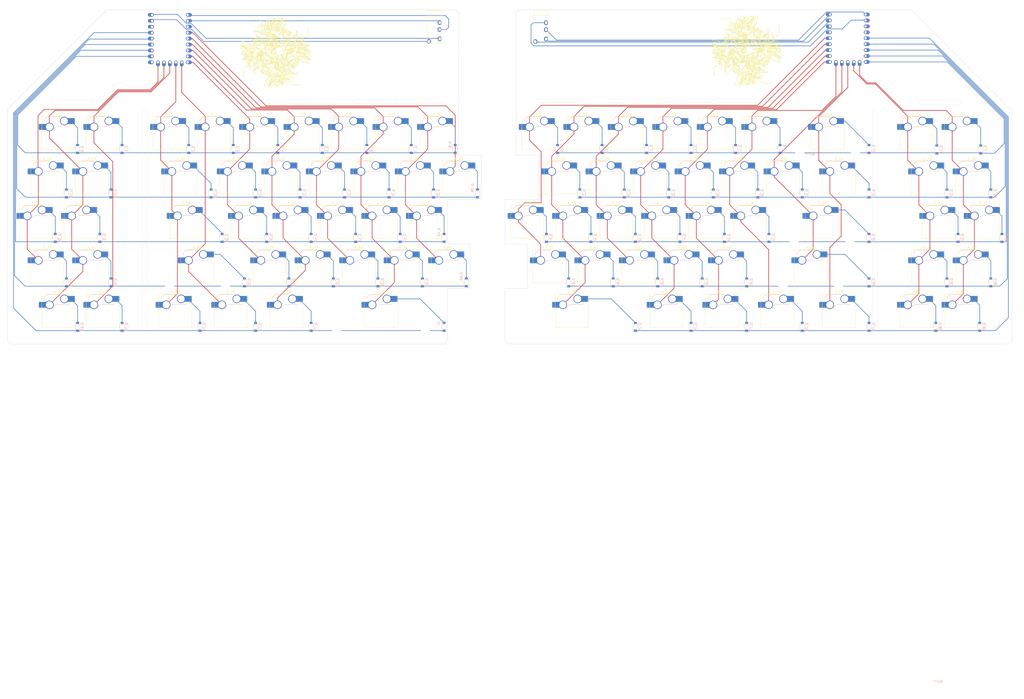
<source format=kicad_pcb>
(kicad_pcb (version 20240108) (generator "pcbnew") (generator_version "8.0")
  (title_block (title "SplitSync"))
  (layers (0 "F.Cu" signal) (31 "B.Cu" signal) (34 "B.Paste" user) (35 "F.Paste" user) (36 "B.SilkS" user "B.Silkscreen") (37 "F.SilkS" user "F.Silkscreen") (38 "B.Mask" user) (39 "F.Mask" user) (44 "Edge.Cuts" user))
  (net 0 "")
  (net 1 "row0")
  (net 2 "row1")
  (net 3 "row2")
  (net 4 "row3")
  (net 5 "row4")
  (net 6 "col1")
  (net 7 "col2")
  (net 8 "col3")
  (net 9 "col4")
  (net 10 "col5")
  (net 11 "col6")
  (net 12 "col7")
  (net 13 "col8")
  (net 14 "col9")
  (net 15 "col0")
  (net 16 "col10")
  (net 17 "col11")
  (net 18 "row5")
  (net 19 "Net-(D_1-A)")
  (net 20 "Net-(D_2-A)")
  (net 21 "Net-(D_3-A)")
  (net 22 "Net-(D_4-A)")
  (net 23 "Net-(D_5-A)")
  (net 24 "Net-(D_6-A)")
  (net 25 "Net-(D_7-A)")
  (net 26 "Net-(D_8-A)")
  (net 27 "Net-(D_9-A)")
  (net 28 "Net-(D_10-A)")
  (net 29 "Net-(D_11-A)")
  (net 30 "Net-(D_12-A)")
  (net 31 "Net-(D_13-A)")
  (net 32 "Net-(D_14-A)")
  (net 33 "Net-(D_15-A)")
  (net 34 "Net-(D_16-A)")
  (net 35 "Net-(D_17-A)")
  (net 36 "Net-(D_18-A)")
  (net 37 "Net-(D_19-A)")
  (net 38 "Net-(D_20-A)")
  (net 39 "Net-(D_21-A)")
  (net 40 "Net-(D_22-A)")
  (net 41 "Net-(D_23-A)")
  (net 42 "Net-(D_24-A)")
  (net 43 "Net-(D_25-A)")
  (net 44 "Net-(D_26-A)")
  (net 45 "Net-(D_27-A)")
  (net 46 "Net-(D_28-A)")
  (net 47 "row6")
  (net 48 "Net-(D_29-A)")
  (net 49 "Net-(D_30-A)")
  (net 50 "Net-(D_31-A)")
  (net 51 "Net-(D_32-A)")
  (net 52 "Net-(D_33-A)")
  (net 53 "Net-(D_34-A)")
  (net 54 "Net-(D_35-A)")
  (net 55 "Net-(D_36-A)")
  (net 56 "Net-(D_37-A)")
  (net 57 "Net-(D_38-A)")
  (net 58 "Net-(D_39-A)")
  (net 59 "Net-(D_40-A)")
  (net 60 "Net-(D_41-A)")
  (net 61 "Net-(D_42-A)")
  (net 62 "Net-(D_43-A)")
  (net 63 "Net-(D_44-A)")
  (net 64 "Net-(D_45-A)")
  (net 65 "row7")
  (net 66 "Net-(D_46-A)")
  (net 67 "Net-(D_47-A)")
  (net 68 "Net-(D_48-A)")
  (net 69 "Net-(D_49-A)")
  (net 70 "Net-(D_50-A)")
  (net 71 "Net-(D_51-A)")
  (net 72 "Net-(D_52-A)")
  (net 73 "Net-(D_53-A)")
  (net 74 "Net-(D_54-A)")
  (net 75 "Net-(D_55-A)")
  (net 76 "Net-(D_56-A)")
  (net 77 "Net-(D_57-A)")
  (net 78 "Net-(D_58-A)")
  (net 79 "Net-(D_59-A)")
  (net 80 "Net-(D_60-A)")
  (net 81 "Net-(D_61-A)")
  (net 82 "row8")
  (net 83 "Net-(D_62-A)")
  (net 84 "Net-(D_63-A)")
  (net 85 "Net-(D_64-A)")
  (net 86 "Net-(D_65-A)")
  (net 87 "Net-(D_66-A)")
  (net 88 "Net-(D_67-A)")
  (net 89 "Net-(D_68-A)")
  (net 90 "Net-(D_69-A)")
  (net 91 "Net-(D_70-A)")
  (net 92 "Net-(D_71-A)")
  (net 93 "Net-(D_72-A)")
  (net 94 "Net-(D_73-A)")
  (net 95 "Net-(D_74-A)")
  (net 96 "Net-(D_75-A)")
  (net 97 "row9")
  (net 98 "Net-(D_76-A)")
  (net 99 "Net-(D_77-A)")
  (net 100 "Net-(D_78-A)")
  (net 101 "Net-(D_79-A)")
  (net 102 "Net-(D_80-A)")
  (net 103 "Net-(D_81-A)")
  (net 104 "col14")
  (net 105 "col15")
  (net 106 "col17")
  (net 107 "col20")
  (net 108 "col16")
  (net 109 "col13")
  (net 110 "col12")
  (net 111 "col18")
  (net 112 "col21")
  (net 113 "Net-(D_0-A)")
  (net 121 "Ring2")
  (net 122 "Ring1")
  (net 123 "Tip")
  (net 124 "Sleeve")
  (net 125 "Ring2_2")
  (net 126 "Ring1_2")
  (net 127 "Sleeve_2")
  (net 128 "Tip_2")
  (footprint "MountingHole:MountingHole_2.2mm_M2" (layer "F.Cu") (at 255.9915 231.66)
    (property "Reference" "REF**" (hide yes))
    (property "Value" "MountingHole_2.2mm_M2")
  )
  (footprint "ScottoKeebs_Hotswap:Hotswap_MX_Plated_1.00u" (layer "F.Cu") (at 317.21625 173.89)
    (property "Reference" "K_27")
    (property "Value" "KEYSW")
  )
  (footprint "MountingHole:MountingHole_2.2mm_M2" (layer "F.Cu") (at 266.31625 184.44)
    (property "Reference" "REF**" (hide yes))
    (property "Value" "MountingHole_2.2mm_M2")
  )
  (footprint "ScottoKeebs_Hotswap:Hotswap_MX_Plated_1.00u" (layer "F.Cu") (at 474.37875 211.99)
    (property "Reference" "K_67")
    (property "Value" "KEYSW")
  )
  (footprint "ScottoKeebs_Hotswap:Hotswap_MX_Plated_1.50u" (layer "F.Cu") (at 436.27875 231.04)
    (property "Reference" "K_79")
    (property "Value" "KEYSW")
  )
  (footprint "ScottoKeebs_MCU:RP2040_Zero" (layer "F.Cu") (at 149.929 114.451069)
    (property "Reference" "U1" (hide yes))
    (property "Value" "RP2040_Zero" (hide yes))
  )
  (footprint "ScottoKeebs_Hotswap:Hotswap_MX_Plated_1.00u" (layer "F.Cu") (at 364.84125 154.84)
    (property "Reference" "K_12")
    (property "Value" "KEYSW")
  )
  (footprint "ScottoKeebs_Hotswap:Hotswap_MX_Plated_1.00u" (layer "F.Cu") (at 226.029 154.84)
    (property "Reference" "K_6")
    (property "Value" "KEYSW")
  )
  (footprint "RelieveCut" (layer "F.Cu") (at 256.912555 144.922753 180)
    (property "Reference" "REF**" (hide yes))
    (property "Value" "RelieveCut" (hide yes))
    (fp_line (start 8.5 3.5) (end 8.5 3.5) (stroke (width 0.05)) (layer "Edge.Cuts"))
    (fp_line (start 7.5 4.5) (end -8.5 4.5) (stroke (width 0.05)) (layer "Edge.Cuts"))
    (fp_line (start -8.5 2.5) (end 7.5 2.5) (stroke (width 0.05)) (layer "Edge.Cuts"))
    (fp_line (start -9.5 3.5) (end -9.5 3.5) (stroke (width 0.05)) (layer "Edge.Cuts"))
    (fp_arc (start 8.5 3.5) (mid 8.207107 4.207107) (end 7.5 4.5) (stroke (width 0.05)) (layer "Edge.Cuts"))
    (fp_arc (start 7.5 2.5) (mid 8.207107 2.792893) (end 8.5 3.5) (stroke (width 0.05)) (layer "Edge.Cuts"))
    (fp_arc (start -8.5 4.5) (mid -9.207107 4.207107) (end -9.5 3.5) (stroke (width 0.05)) (layer "Edge.Cuts"))
    (fp_arc (start -9.5 3.5) (mid -9.207107 2.792893) (end -8.5 2.5) (stroke (width 0.05)) (layer "Edge.Cuts"))
  )
  (footprint "ScottoKeebs_Hotswap:Hotswap_MX_Plated_1.00u" (layer "F.Cu") (at 264.129 154.84)
    (property "Reference" "K_8")
    (property "Value" "KEYSW")
  )
  (footprint "RelieveCut" (layer "F.Cu") (at 354.767024 137.388953)
    (property "Reference" "REF**" (hide yes))
    (property "Value" "RelieveCut" (hide yes))
    (fp_line (start -9.5 3.5) (end -9.5 3.5) (stroke (width 0.05)) (layer "Edge.Cuts"))
    (fp_line (start -8.5 2.5) (end 7.5 2.5) (stroke (width 0.05)) (layer "Edge.Cuts"))
    (fp_line (start 7.5 4.5) (end -8.5 4.5) (stroke (width 0.05)) (layer "Edge.Cuts"))
    (fp_line (start 8.5 3.5) (end 8.5 3.5) (stroke (width 0.05)) (layer "Edge.Cuts"))
    (fp_arc (start -9.5 3.5) (mid -9.207107 2.792893) (end -8.5 2.5) (stroke (width 0.05)) (layer "Edge.Cuts"))
    (fp_arc (start -8.5 4.5) (mid -9.207107 4.207107) (end -9.5 3.5) (stroke (width 0.05)) (layer "Edge.Cuts"))
    (fp_arc (start 7.5 2.5) (mid 8.207107 2.792893) (end 8.5 3.5) (stroke (width 0.05)) (layer "Edge.Cuts"))
    (fp_arc (start 8.5 3.5) (mid 8.207107 4.207107) (end 7.5 4.5) (stroke (width 0.05)) (layer "Edge.Cuts"))
  )
  (footprint "RelieveCut" (layer "F.Cu") (at 335.658469 137.4187)
    (property "Reference" "REF**" (hide yes))
    (property "Value" "RelieveCut" (hide yes))
    (fp_line (start -9.5 3.5) (end -9.5 3.5) (stroke (width 0.05)) (layer "Edge.Cuts"))
    (fp_line (start -8.5 2.5) (end 7.5 2.5) (stroke (width 0.05)) (layer "Edge.Cuts"))
    (fp_line (start 7.5 4.5) (end -8.5 4.5) (stroke (width 0.05)) (layer "Edge.Cuts"))
    (fp_line (start 8.5 3.5) (end 8.5 3.5) (stroke (width 0.05)) (layer "Edge.Cuts"))
    (fp_arc (start -9.5 3.5) (mid -9.207107 2.792893) (end -8.5 2.5) (stroke (width 0.05)) (layer "Edge.Cuts"))
    (fp_arc (start -8.5 4.5) (mid -9.207107 4.207107) (end -9.5 3.5) (stroke (width 0.05)) (layer "Edge.Cuts"))
    (fp_arc (start 7.5 2.5) (mid 8.207107 2.792893) (end 8.5 3.5) (stroke (width 0.05)) (layer "Edge.Cuts"))
    (fp_arc (start 8.5 3.5) (mid 8.207107 4.207107) (end 7.5 4.5) (stroke (width 0.05)) (layer "Edge.Cuts"))
  )
  (footprint "RelieveCut" (layer "F.Cu") (at 373.653975 137.425119)
    (property "Reference" "REF**" (hide yes))
    (property "Value" "RelieveCut" (hide yes))
    (fp_line (start -9.5 3.5) (end -9.5 3.5) (stroke (width 0.05)) (layer "Edge.Cuts"))
    (fp_line (start -8.5 2.5) (end 7.5 2.5) (stroke (width 0.05)) (layer "Edge.Cuts"))
    (fp_line (start 7.5 4.5) (end -8.5 4.5) (stroke (width 0.05)) (layer "Edge.Cuts"))
    (fp_line (start 8.5 3.5) (end 8.5 3.5) (stroke (width 0.05)) (layer "Edge.Cuts"))
    (fp_arc (start -9.5 3.5) (mid -9.207107 2.792893) (end -8.5 2.5) (stroke (width 0.05)) (layer "Edge.Cuts"))
    (fp_arc (start -8.5 4.5) (mid -9.207107 4.207107) (end -9.5 3.5) (stroke (width 0.05)) (layer "Edge.Cuts"))
    (fp_arc (start 7.5 2.5) (mid 8.207107 2.792893) (end 8.5 3.5) (stroke (width 0.05)) (layer "Edge.Cuts"))
    (fp_arc (start 8.5 3.5) (mid 8.207107 4.207107) (end 7.5 4.5) (stroke (width 0.05)) (layer "Edge.Cuts"))
  )
  (footprint "ScottoKeebs_Hotswap:Hotswap_MX_Plated_1.00u" (layer "F.Cu") (at 379.12875 192.94)
    (property "Reference" "K_48")
    (property "Value" "KEYSW")
  )
  (footprint "RelieveCut" (layer "F.Cu") (at 199.726029 144.944067 180)
    (property "Reference" "REF**" (hide yes))
    (property "Value" "RelieveCut" (hide yes))
    (fp_line (start 8.5 3.5) (end 8.5 3.5) (stroke (width 0.05)) (layer "Edge.Cuts"))
    (fp_line (start 7.5 4.5) (end -8.5 4.5) (stroke (width 0.05)) (layer "Edge.Cuts"))
    (fp_line (start -8.5 2.5) (end 7.5 2.5) (stroke (width 0.05)) (layer "Edge.Cuts"))
    (fp_line (start -9.5 3.5) (end -9.5 3.5) (stroke (width 0.05)) (layer "Edge.Cuts"))
    (fp_arc (start 8.5 3.5) (mid 8.207107 4.207107) (end 7.5 4.5) (stroke (width 0.05)) (layer "Edge.Cuts"))
    (fp_arc (start 7.5 2.5) (mid 8.207107 2.792893) (end 8.5 3.5) (stroke (width 0.05)) (layer "Edge.Cuts"))
    (fp_arc (start -8.5 4.5) (mid -9.207107 4.207107) (end -9.5 3.5) (stroke (width 0.05)) (layer "Edge.Cuts"))
    (fp_arc (start -9.5 3.5) (mid -9.207107 2.792893) (end -8.5 2.5) (stroke (width 0.05)) (layer "Edge.Cuts"))
  )
  (footprint "ScottoKeebs_Stabilizer:Stabilizer_MX_2.00u" (layer "F.Cu") (at 431.51625 154.84)
    (property "Reference" "REF**" (hide yes))
    (property "Value" "Stabilizer_MX_2.00u")
  )
  (footprint "ScottoKeebs_Hotswap:Hotswap_MX_Plated_1.75u" (layer "F.Cu") (at 156.97275 192.94)
    (property "Reference" "K_38")
    (property "Value" "KEYSW")
  )
  (footprint "ScottoKeebs_Hotswap:Hotswap_MX_Plated_1.00u" (layer "F.Cu") (at 431.51625 154.84)
    (property "Reference" "K_15")
    (property "Value" "KEYSW")
  )
  (footprint "RelieveCut" (layer "F.Cu") (at 135.636386 153.274005 90)
    (property "Reference" "REF**" (hide yes))
    (property "Value" "RelieveCut" (hide yes))
    (fp_line (start -8.5 2.5) (end 7.5 2.5) (stroke (width 0.05)) (layer "Edge.Cuts"))
    (fp_line (start 8.5 3.5) (end 8.5 3.5) (stroke (width 0.05)) (layer "Edge.Cuts"))
    (fp_line (start -9.5 3.5) (end -9.5 3.5) (stroke (width 0.05)) (layer "Edge.Cuts"))
    (fp_line (start 7.5 4.5) (end -8.5 4.5) (stroke (width 0.05)) (layer "Edge.Cuts"))
    (fp_arc (start 7.5 2.5) (mid 8.207107 2.792893) (end 8.5 3.5) (stroke (width 0.05)) (layer "Edge.Cuts"))
    (fp_arc (start 8.5 3.5) (mid 8.207107 4.207107) (end 7.5 4.5) (stroke (width 0.05)) (layer "Edge.Cuts"))
    (fp_arc (start -9.5 3.5) (mid -9.207107 2.792893) (end -8.5 2.5) (stroke (width 0.05)) (layer "Edge.Cuts"))
    (fp_arc (start -8.5 4.5) (mid -9.207107 4.207107) (end -9.5 3.5) (stroke (width 0.05)) (layer "Edge.Cuts"))
  )
  (footprint "ScottoKeebs_Hotswap:Hotswap_MX_Plated_1.00u" (layer "F.Cu") (at 493.42875 173.89)
    (property "Reference" "K_35")
    (property "Value" "KEYSW")
  )
  (footprint "ScottoKeebs_Hotswap:Hotswap_MX_Plated_1.00u" (layer "F.Cu") (at 259.3665 192.94)
    (property "Reference" "K_43")
    (property "Value" "KEYSW")
  )
  (footprint "ScottoKeebs_Hotswap:Hotswap_MX_Plated_1.25u" (layer "F.Cu") (at 362.46 231.04)
    (property "Reference" "K_76")
    (property "Value" "KEYSW")
  )
  (footprint "ScottoKeebs_Hotswap:Hotswap_MX_Plated_1.00u" (layer "F.Cu") (at 116.4915 173.89)
    (property "Reference" "K_19")
    (property "Value" "KEYSW")
  )
  (footprint "ScottoKeebs_Hotswap:Hotswap_MX_Plated_3.00u" (layer "F.Cu") (at 240.3165 231.04)
    (property "Reference" "K_74")
    (property "Value" "KEYSW")
  )
  (footprint "ScottoKeebs_Hotswap:Hotswap_MX_Plated_1.00u" (layer "F.Cu") (at 388.65375 211.99)
    (property "Reference" "K_65")
    (property "Value" "KEYSW")
  )
  (footprint "ScottoKeebs_Hotswap:Hotswap_MX_Plated_1.00u" (layer "F.Cu") (at 254.604 173.89)
    (property "Reference" "K_25")
    (property "Value" "KEYSW")
  )
  (footprint "RelieveCut" (layer "F.Cu") (at 455.330178 173.29086 -90)
    (property "Reference" "REF**" (hide yes))
    (property "Value" "RelieveCut" (hide yes))
    (fp_line (start 7.5 4.5) (end -8.5 4.5) (stroke (width 0.05)) (layer "Edge.Cuts"))
    (fp_line (start -9.5 3.5) (end -9.5 3.5) (stroke (width 0.05)) (layer "Edge.Cuts"))
    (fp_line (start 8.5 3.5) (end 8.5 3.5) (stroke (width 0.05)) (layer "Edge.Cuts"))
    (fp_line (start -8.5 2.5) (end 7.5 2.5) (stroke (width 0.05)) (layer "Edge.Cuts"))
    (fp_arc (start -8.5 4.5) (mid -9.207107 4.207107) (end -9.5 3.5) (stroke (width 0.05)) (layer "Edge.Cuts"))
    (fp_arc (start -9.5 3.5) (mid -9.207107 2.792893) (end -8.5 2.5) (stroke (width 0.05)) (layer "Edge.Cuts"))
    (fp_arc (start 8.5 3.5) (mid 8.207107 4.207107) (end 7.5 4.5) (stroke (width 0.05)) (layer "Edge.Cuts"))
    (fp_arc (start 7.5 2.5) (mid 8.207107 2.792893) (end 8.5 3.5) (stroke (width 0.05)) (layer "Edge.Cuts"))
  )
  (footprint "ScottoKeebs_Hotswap:Hotswap_MX_Plated_1.25u" (layer "F.Cu") (at 152.21025 231.04)
    (property "Reference" "K_71")
    (property "Value" "KEYSW")
  )
  (footprint "ScottoKeebs_Hotswap:Hotswap_MX_Plated_1.00u" (layer "F.Cu") (at 488.66625 231.04)
    (property "Reference" "K_81")
    (property "Value" "KEYSW")
  )
  (footprint "ScottoKeebs_Hotswap:Hotswap_MX_Plated_1.00u" (layer "F.Cu") (at 206.979 154.84)
    (property "Reference" "K_5")
    (property "Value" "KEYSW")
  )
  (footprint "ScottoKeebs_Hotswap:Hotswap_MX_Plated_1.00u" (layer "F.Cu") (at 197.454 173.89)
    (property "Reference" "K_22")
    (property "Value" "KEYSW")
  )
  (footprint "ScottoKeebs_Hotswap:Hotswap_MX_Plated_1.00u" (layer "F.Cu") (at 369.60375 211.99)
    (property "Reference" "K_64")
    (property "Value" "KEYSW")
  )
  (footprint "ScottoKeebs_Hotswap:Hotswap_MX_Plated_1.00u" (layer "F.Cu") (at 149.829 154.84)
    (property "Reference" "K_2")
    (property "Value" "KEYSW")
  )
  (footprint "ScottoKeebs_Hotswap:Hotswap_MX_Plated_1.00u" (layer "F.Cu") (at 249.8415 211.99)
    (property "Reference" "K_59")
    (property "Value" "KEYSW")
  )
  (footprint "ScottoKeebs_Hotswap:Hotswap_MX_Plated_1.00u" (layer "F.Cu") (at 92.679 192.94)
    (property "Reference" "K_36")
    (property "Value" "KEYSW")
  )
  (footprint "ScottoKeebs_Hotswap:Hotswap_MX_Plated_1.00u" (layer "F.Cu") (at 202.2165 192.94)
    (property "Reference" "K_40")
    (property "Value" "KEYSW")
  )
  (footprint "ScottoKeebs_Hotswap:Hotswap_MX_Plated_1.00u" (layer "F.Cu") (at 469.61625 154.84)
    (property "Reference" "K_16")
    (property "Value" "KEYSW")
  )
  (footprint "ScottoKeebs_Hotswap:Hotswap_MX_Plated_1.25u" (layer "F.Cu") (at 199.83525 231.04)
    (property "Reference" "K_73")
    (property "Value" "KEYSW")
  )
  (footprint "ScottoKeebs_Hotswap:Hotswap_MX_Plated_1.00u" (layer "F.Cu") (at 192.6915 211.99)
    (property "Reference" "K_56")
    (property "Value" "KEYSW")
  )
  (footprint "ScottoKeebs_Hotswap:Hotswap_MX_Plated_1.00u" (layer "F.Cu") (at 230.7915 211.99)
    (property "Reference" "K_58")
    (property "Value" "KEYSW")
  )
  (footprint "ScottoKeebs_Hotswap:Hotswap_MX_Plated_1.00u" (layer "F.Cu") (at 121.254 154.84)
    (property "Reference" "K_1")
    (property "Value" "KEYSW")
  )
  (footprint "ScottoKeebs_Hotswap:Hotswap_MX_Plated_1.00u" (layer "F.Cu") (at 393.41625 173.89)
    (property "Reference" "K_31")
    (property "Value" "KEYSW")
  )
  (footprint "ScottoKeebs_Hotswap:Hotswap_MX_Plated_1.00u" (layer "F.Cu") (at 121.254 231.04)
    (property "Reference" "K_70")
    (property "Value" "KEYSW")
  )
  (footprint "ScottoKeebs_Hotswap:Hotswap_MX_Plated_1.00u" (layer "F.Cu") (at 102.204 231.04)
    (property "Reference" "K_69")
    (property "Value" "KEYSW")
  )
  (footprint "ScottoKeebs_Hotswap:Hotswap_MX_Plated_1.00u" (layer "F.Cu") (at 312.45375 211.99)
    (property "Reference" "K_61")
    (property "Value" "KEYSW")
  )
  (footprint "RelieveCut" (layer "F.Cu") (at 455.351492 230.477386 -90)
    (property "Reference" "REF**" (hide yes))
    (property "Value" "RelieveCut" (hide yes))
    (fp_line (start 7.5 4.5) (end -8.5 4.5) (stroke (width 0.05)) (layer "Edge.Cuts"))
    (fp_line (start -9.5 3.5) (end -9.5 3.5) (stroke (width 0.05)) (layer "Edge.Cuts"))
    (fp_line (start 8.5 3.5) (end 8.5 3.5) (stroke (width 0.05)) (layer "Edge.Cuts"))
    (fp_line (start -8.5 2.5) (end 7.5 2.5) (stroke (width 0.05)) (layer "Edge.Cuts"))
    (fp_arc (start -8.5 4.5) (mid -9.207107 4.207107) (end -9.5 3.5) (stroke (width 0.05)) (layer "Edge.Cuts"))
    (fp_arc (start -9.5 3.5) (mid -9.207107 2.792893) (end -8.5 2.5) (stroke (width 0.05)) (layer "Edge.Cuts"))
    (fp_arc (start 8.5 3.5) (mid 8.207107 4.207107) (end 7.5 4.5) (stroke (width 0.05)) (layer "Edge.Cuts"))
    (fp_arc (start 7.5 2.5) (mid 8.207107 2.792893) (end 8.5 3.5) (stroke (width 0.05)) (layer "Edge.Cuts"))
  )
  (footprint "ScottoKeebs_Hotswap:Hotswap_MX_Plated_1.00u" (layer "F.Cu") (at 97.4415 173.89)
    (property "Reference" "K_18")
    (property "Value" "KEYSW")
  )
  (footprint "ScottoKeebs_Hotswap:Hotswap_MX_Plated_1.00u" (layer "F.Cu") (at 331.50375 211.99)
    (property "Reference" "K_62")
    (property "Value" "KEYSW")
  )
  (footprint "ScottoKeebs_Hotswap:Hotswap_MX_Plated_2.25u" (layer "F.Cu") (at 429.135 192.94)
    (property "Reference" "K_50")
    (property "Value" "KEYSW")
  )
  (footprint "ScottoKeebs_Hotswap:Hotswap_MX_Plated_1.00u" (layer "F.Cu") (at 211.7415 211.99)
    (property "Reference" "K_57")
    (property "Value" "KEYSW")
  )
  (footprint "ScottoKeebs_Hotswap:Hotswap_MX_Plated_1.00u" (layer "F.Cu") (at 183.1665 192.94)
    (property "Reference" "K_39")
    (property "Value" "KEYSW")
  )
  (footprint "ScottoKeebs_Hotswap:Hotswap_MX_Plated_1.00u" (layer "F.Cu") (at 474.37875 173.89)
    (property "Reference" "K_34")
    (property "Value" "KEYSW")
  )
  (footprint "ScottoKeebs_Hotswap:Hotswap_MX_Plated_1.00u" (layer "F.Cu") (at 187.929 154.84)
    (property "Reference" "K_4")
    (property "Value" "KEYSW")
  )
  (footprint "ScottoKeebs_Hotswap:Hotswap_MX_Plated_1.50u" (layer "F.Cu") (at 436.27875 173.89)
    (property "Reference" "K_33")
    (property "Value" "KEYSW")
  )
  (footprint "ScottoKeebs_Hotswap:Hotswap_MX_Plated_1.00u" (layer "F.Cu") (at 245.079 154.84)
    (property "Reference" "K_7")
    (property "Value" "KEYSW")
  )
  (footprint "ScottoKeebs_Hotswap:Hotswap_MX_Plated_1.00u" (layer "F.Cu") (at 168.879 154.84)
    (property "Reference" "K_3")
    (property "Value" "KEYSW")
  )
  (footprint "ScottoKeebs_Hotswap:Hotswap_MX_Plated_1.00u" (layer "F.Cu") (at 398.17875 192.94)
    (property "Reference" "K_49")
    (property "Value" "KEYSW")
  )
  (footprint "CraftsByKris:Crafts_By_Kris" (layer "F.Cu") (at 396.51625 119.34)
    (property "Reference" "G***" (hide yes))
    (property "Value" "LOGO" (hide yes))
  )
  (footprint "ScottoKeebs_Hotswap:Hotswap_MX_Plated_1.00u" (layer "F.Cu") (at 345.79125 154.84)
    (property "Reference" "K_11")
    (property "Value" "KEYSW")
  )
  (footprint "ScottoKeebs_Stabilizer:Stabilizer_MX_2.00u" (layer "F.Cu") (at 429.135 192.94)
    (property "Reference" "REF**" (hide yes))
    (property "Value" "Stabilizer_MX_2.00u")
  )
  (footprint "RelieveCut" (layer "F.Cu") (at 455.359925 192.399415 -90)
    (property "Reference" "REF**" (hide yes))
    (property "Value" "RelieveCut" (hide yes))
    (fp_line (start 7.5 4.5) (end -8.5 4.5) (stroke (width 0.05)) (layer "Edge.Cuts"))
    (fp_line (start -9.5 3.5) (end -9.5 3.5) (stroke (width 0.05)) (layer "Edge.Cuts"))
    (fp_line (start 8.5 3.5) (end 8.5 3.5) (stroke (width 0.05)) (layer "Edge.Cuts"))
    (fp_line (start -8.5 2.5) (end 7.5 2.5) (stroke (width 0.05)) (layer "Edge.Cuts"))
    (fp_arc (start -8.5 4.5) (mid -9.207107 4.207107) (end -9.5 3.5) (stroke (width 0.05)) (layer "Edge.Cuts"))
    (fp_arc (start -9.5 3.5) (mid -9.207107 2.792893) (end -8.5 2.5) (stroke (width 0.05)) (layer "Edge.Cuts"))
    (fp_arc (start 8.5 3.5) (mid 8.207107 4.207107) (end 7.5 4.5) (stroke (width 0.05)) (layer "Edge.Cuts"))
    (fp_arc (start 7.5 2.5) (mid 8.207107 2.792893) (end 8.5 3.5) (stroke (width 0.05)) (layer "Edge.Cuts"))
  )
  (footprint "ScottoKeebs_Hotswap:Hotswap_MX_Plated_1.00u" (layer "F.Cu") (at 307.69125 154.84)
    (property "Reference" "K_9")
    (property "Value" "KEYSW")
  )
  (footprint "RelieveCut" (layer "F.Cu") (at 237.804 144.9525 180)
    (property "Reference" "REF**" (hide yes))
    (property "Value" "RelieveCut" (hide yes))
    (fp_line (start 8.5 3.5) (end 8.5 3.5) (stroke (width 0.05)) (layer "Edge.Cuts"))
    (fp_line (start 7.5 4.5) (end -8.5 4.5) (stroke (width 0.05)) (layer "Edge.Cuts"))
    (fp_line (start -8.5 2.5) (end 7.5 2.5) (stroke (width 0.05)) (layer "Edge.Cuts"))
    (fp_line (start -9.5 3.5) (end -9.5 3.5) (stroke (width 0.05)) (layer "Edge.Cuts"))
    (fp_arc (start 8.5 3.5) (mid 8.207107 4.207107) (end 7.5 4.5) (stroke (width 0.05)) (layer "Edge.Cuts"))
    (fp_arc (start 7.5 2.5) (mid 8.207107 2.792893) (end 8.5 3.5) (stroke (width 0.05)) (layer "Edge.Cuts"))
    (fp_arc (start -8.5 4.5) (mid -9.207107 4.207107) (end -9.5 3.5) (stroke (width 0.05)) (layer "Edge.Cuts"))
    (fp_arc (start -9.5 3.5) (mid -9.207107 2.792893) (end -8.5 2.5) (stroke (width 0.05)) (layer "Edge.Cuts"))
  )
  (footprint "CraftsByKris:Crafts_By_Kris" (layer "F.Cu") (at 194.944725 119.933943)
    (property "Reference" "G***" (hide yes))
    (property "Value" "LOGO" (hide yes))
  )
  (footprint "ScottoKeebs_Hotswap:Hotswap_MX_Plated_1.00u" (layer "F.Cu") (at 273.654 173.89)
    (property "Reference" "K_26")
    (property "Value" "KEYSW")
  )
  (footprint "RelieveCut" (layer "F.Cu") (at 135.6577 210.460531 90)
    (property "Reference" "REF**" (hide yes))
    (property "Value" "RelieveCut" (hide yes))
    (fp_line (start -8.5 2.5) (end 7.5 2.5) (stroke (width 0.05)) (layer "Edge.Cuts"))
    (fp_line (start 8.5 3.5) (end 8.5 3.5) (stroke (width 0.05)) (layer "Edge.Cuts"))
    (fp_line (start -9.5 3.5) (end -9.5 3.5) (stroke (width 0.05)) (layer "Edge.Cuts"))
    (fp_line (start 7.5 4.5) (end -8.5 4.5) (stroke (width 0.05)) (layer "Edge.Cuts"))
    (fp_arc (start 7.5 2.5) (mid 8.207107 2.792893) (end 8.5 3.5) (stroke (width 0.05)) (layer "Edge.Cuts"))
    (fp_arc (start 8.5 3.5) (mid 8.207107 4.207107) (end 7.5 4.5) (stroke (width 0.05)) (layer "Edge.Cuts"))
    (fp_arc (start -9.5 3.5) (mid -9.207107 2.792893) (end -8.5 2.5) (stroke (width 0.05)) (layer "Edge.Cuts"))
    (fp_arc (start -8.5 4.5) (mid -9.207107 4.207107) (end -9.5 3.5) (stroke (width 0.05)) (layer "Edge.Cuts"))
  )
  (footprint "RelieveCut" (layer "F.Cu") (at 135.664119 172.465025 90)
    (property "Reference" "REF**" (hide yes))
    (property "Value" "RelieveCut" (hide yes))
    (fp_line (start -8.5 2.5) (end 7.5 2.5) (stroke (width 0.05)) (layer "Edge.Cuts"))
    (fp_line (start 8.5 3.5) (end 8.5 3.5) (stroke (width 0.05)) (layer "Edge.Cuts"))
    (fp_line (start -9.5 3.5) (end -9.5 3.5) (stroke (width 0.05)) (layer "Edge.Cuts"))
    (fp_line (start 7.5 4.5) (end -8.5 4.5) (stroke (width 0.05)) (layer "Edge.Cuts"))
    (fp_arc (start 7.5 2.5) (mid 8.207107 2.792893) (end 8.5 3.5) (stroke (width 0.05)) (layer "Edge.Cuts"))
    (fp_arc (start 8.5 3.5) (mid 8.207107 4.207107) (end 7.5 4.5) (stroke (width 0.05)) (layer "Edge.Cuts"))
    (fp_arc (start -9.5 3.5) (mid -9.207107 2.792893) (end -8.5 2.5) (stroke (width 0.05)) (layer "Edge.Cuts"))
    (fp_arc (start -8.5 4.5) (mid -9.207107 4.207107) (end -9.5 3.5) (stroke (width 0.05)) (layer "Edge.Cuts"))
  )
  (footprint "ScottoKeebs_Hotswap:Hotswap_MX_Plated_1.00u" (layer "F.Cu") (at 240.3165 192.94)
    (property "Reference" "K_42")
    (property "Value" "KEYSW")
  )
  (footprint "MountingHole:MountingHole_2.2mm_M2" (layer "F.Cu") (at 181.73525 208.39)
    (property "Reference" "REF**" (hide yes))
    (property "Value" "MountingHole_2.2mm_M2")
  )
  (footprint "ScottoKeebs_Hotswap:Hotswap_MX_Plated_1.00u" (layer "F.Cu") (at 383.89125 154.84)
    (property "Reference" "K_13")
    (property "Value" "KEYSW")
  )
  (footprint "RelieveCut" (layer "F.Cu") (at 107.304 145.315 180)
    (property "Reference" "REF**" (hide yes))
    (property "Value" "RelieveCut" (hide yes))
    (fp_line (start 8.5 3.5) (end 8.5 3.5) (stroke (width 0.05)) (layer "Edge.Cuts"))
    (fp_line (start 7.5 4.5) (end -8.5 4.5) (stroke (width 0.05)) (layer "Edge.Cuts"))
    (fp_line (start -8.5 2.5) (end 7.5 2.5) (stroke (width 0.05)) (layer "Edge.Cuts"))
    (fp_line (start -9.5 3.5) (end -9.5 3.5) (stroke (width 0.05)) (layer "Edge.Cuts"))
    (fp_arc (start 8.5 3.5) (mid 8.207107 4.207107) (end 7.5 4.5) (stroke (width 0.05)) (layer "Edge.Cuts"))
    (fp_arc (start 7.5 2.5) (mid 8.207107 2.792893) (end 8.5 3.5) (stroke (width 0.05)) (layer "Edge.Cuts"))
    (fp_arc (start -8.5 4.5) (mid -9.207107 4.207107) (end -9.5 3.5) (stroke (width 0.05)) (layer "Edge.Cuts"))
    (fp_arc (start -9.5 3.5) (mid -9.207107 2.792893) (end -8.5 2.5) (stroke (width 0.05)) (layer "Edge.Cuts"))
  )
  (footprint "ScottoKeebs_Hotswap:Hotswap_MX_Plated_1.00u" (layer "F.Cu") (at 493.42875 211.99)
    (property "Reference" "K_68")
    (property "Value" "KEYSW")
  )
  (footprint "RelieveCut" (layer "F.Cu") (at 479.14125 145.315 180)
    (property "Reference" "REF**" (hide yes))
    (property "Value" "RelieveCut" (hide yes))
    (fp_line (start 8.5 3.5) (end 8.5 3.5) (stroke (width 0.05)) (layer "Edge.Cuts"))
    (fp_line (start 7.5 4.5) (end -8.5 4.5) (stroke (width 0.05)) (layer "Edge.Cuts"))
    (fp_line (start -8.5 2.5) (end 7.5 2.5) (stroke (width 0.05)) (layer "Edge.Cuts"))
    (fp_line (start -9.5 3.5) (end -9.5 3.5) (stroke (width 0.05)) (layer "Edge.Cuts"))
    (fp_arc (start 8.5 3.5) (mid 8.207107 4.207107) (end 7.5 4.5) (stroke (width 0.05)) (layer "Edge.Cuts"))
    (fp_arc (start 7.5 2.5) (mid 8.207107 2.792893) (end 8.5 3.5) (stroke (width 0.05)) (layer "Edge.Cuts"))
    (fp_arc (start -8.5 4.5) (mid -9.207107 4.207107) (end -9.5 3.5) (stroke (width 0.05)) (layer "Edge.Cuts"))
    (fp_arc (start -9.5 3.5) (mid -9.207107 2.792893) (end -8.5 2.5) (stroke (width 0.05)) (layer "Edge.Cuts"))
  )
  (footprint "ScottoKeebs_Hotswap:Hotswap_MX_Plated_1.00u" (layer "F.Cu") (at 102.204 154.84)
    (property "Reference" "K_0")
    (property "Value" "KEYSW")
  )
  (footprint "ScottoKeebs_Hotswap:Hotswap_MX_Plated_1.00u" (layer "F.Cu") (at 412.46625 173.89)
    (property "Reference" "K_32")
    (property "Value" "KEYSW")
  )
  (footprint "ScottoKeebs_Hotswap:Hotswap_MX_Plated_1.00u" (layer "F.Cu") (at 302.92875 192.94)
    (property "Reference" "K_44")
    (property "Value" "KEYSW")
  )
  (footprint "ScottoKeebs_Hotswap:Hotswap_MX_Plated_1.00u" (layer "F.Cu") (at 221.2665 192.94)
    (property "Reference" "K_41")
    (property "Value" "KEYSW")
  )
  (footprint "ScottoKeebs_Hotswap:Hotswap_MX_Plated_1.50u" (layer "F.Cu") (at 154.5915 173.89)
    (property "Reference" "K_20")
    (property "Value" "KEYSW")
  )
  (footprint "ScottoKeebs_Hotswap:Hotswap_MX_Plated_1.00u" (layer "F.Cu") (at 488.66625 154.84)
    (property "Reference" "K_17")
    (property "Value" "KEYSW")
  )
  (footprint "ScottoKeebs_Hotswap:Hotswap_MX_Plated_1.00u" (layer "F.Cu") (at 479.14125 192.94)
    (property "Reference" "K_51")
    (property "Value" "KEYSW")
  )
  (footprint "ScottoKeebs_Hotswap:Hotswap_MX_Plated_1.00u" (layer "F.Cu") (at 360.07875 192.94)
    (property "Reference" "K_47")
    (property "Value" "KEYSW")
  )
  (footprint "ScottoKeebs_Hotswap:Hotswap_MX_Plated_1.00u" (layer "F.Cu") (at 235.554 173.89)
    (property "Reference" "K_24")
    (property "Value" "KEYSW")
  )
  (footprint "MountingHole:MountingHole_2.2mm_M2" (layer "F.Cu") (at 86.692696 239.451069)
    (property "Reference" "REF**" (hide yes))
    (property "Value" "MountingHole_2.2mm_M2")
  )
  (footprint "RelieveCut" (layer "F.Cu") (at 392.844995 137.397386)
    (property "Reference" "REF**" (hide yes))
    (property "Value" "RelieveCut" (hide yes))
    (fp_line (start -9.5 3.5) (end -9.5 3.5) (stroke (width 0.05)) (layer "Edge.Cuts"))
    (fp_line (start -8.5 2.5) (end 7.5 2.5) (stroke (width 0.05)) (layer "Edge.Cuts"))
    (fp_line (start 7.5 4.5) (end -8.5 4.5) (stroke (width 0.05)) (layer "Edge.Cuts"))
    (fp_line (start 8.5 3.5) (end 8.5 3.5) (stroke (width 0.05)) (layer "Edge.Cuts"))
    (fp_arc (start -9.5 3.5) (mid -9.207107 2.792893) (end -8.5 2.5) (stroke (width 0.05)) (layer "Edge.Cuts"))
    (fp_arc (start -8.5 4.5) (mid -9.207107 4.207107) (end -9.5 3.5) (stroke (width 0.05)) (layer "Edge.Cuts"))
    (fp_arc (start 7.5 2.5) (mid 8.207107 2.792893) (end 8.5 3.5) (stroke (width 0.05)) (layer "Edge.Cuts"))
    (fp_arc (start 8.5 3.5) (mid 8.207107 4.207107) (end 7.5 4.5) (stroke (width 0.05)) (layer "Edge.Cuts"))
  )
  (footprint "ScottoKeebs_Hotswap:Hotswap_MX_Plated_1.00u" (layer "F.Cu") (at 321.97875 192.94)
    (property "Reference" "K_45")
    (property "Value" "KEYSW")
  )
  (footprint "ScottoKeebs_Stabilizer:Stabilizer_MX_2.00u" (layer "F.Cu") (at 424.3725 211.99)
    (property "Reference" "REF**" (hide yes))
    (property "Value" "Stabilizer_MX_2.00u")
  )
  (footprint "ScottoKeebs_Hotswap:Hotswap_MX_Plated_1.00u" (layer "F.Cu") (at 350.55375 211.99)
    (property "Reference" "K_63")
    (property "Value" "KEYSW")
  )
  (footprint "ScottoKeebs_Hotswap:Hotswap_MX_Plated_1.00u" (layer "F.Cu") (at 336.26625 173.89)
    (property "Reference" "K_28")
    (property "Value" "KEYSW")
  )
  (footprint "ScottoKeebs_Hotswap:Hotswap_MX_Plated_2.25u" (layer "F.Cu") (at 161.73525 211.99)
    (property "Reference" "K_55")
    (property "Value" "KEYSW")
  )
  (footprint "ScottoKeebs_Hotswap:Hotswap_MX_Plated_1.00u" (layer "F.Cu") (at 498.19125 192.94)
    (property "Reference" "K_52")
    (property "Value" "KEYSW")
  )
  (footprint "ScottoKeebs_Hotswap:Hotswap_MX_Plated_1.00u" (layer "F.Cu") (at 97.4415 211.99)
    (property "Reference" "K_53")
    (property "Value" "KEYSW")
  )
  (footprint "ScottoKeebs_Hotswap:Hotswap_MX_Plated_1.00u" (layer "F.Cu") (at 268.8915 211.99)
    (property "Reference" "K_60")
    (property "Value" "KEYSW")
  )
  (footprint "MountingHole:MountingHole_2.2mm_M2" (layer "F.Cu") (at 213.51625 110.09)
    (property "Reference" "REF**" (hide yes))
    (property "Value" "MountingHole_2.2mm_M2")
  )
  (footprint "ScottoKeebs_Hotswap:Hotswap_MX_Plated_1.00u" (layer "F.Cu") (at 111.729 192.94)
    (property "Reference" "K_37")
    (property "Value" "KEYSW")
  )
  (footprint "ScottoKeebs_Hotswap:Hotswap_MX_Plated_1.00u" (layer "F.Cu") (at 116.4915 211.99)
    (property "Reference" "K_54")
    (property "Value" "KEYSW")
  )
  (footprint "ScottoKeebs_Hotswap:Hotswap_MX_Plated_1.00u" (layer "F.Cu") (at 178.404 173.89)
    (property "Reference" "K_21")
    (property "Value" "KEYSW")
  )
  (footprint "RelieveCut" (layer "F.Cu") (at 135.6665 229.565 90)
    (property "Reference" "REF**" (hide yes))
    (property "Value" "RelieveCut" (hide yes))
    (fp_line (start -8.5 2.5) (end 7.5 2.5) (stroke (width 0.05)) (layer "Edge.Cuts"))
    (fp_line (start 8.5 3.5) (end 8.5 3.5) (stroke (width 0.05)) (layer "Edge.Cuts"))
    (fp_line (start -9.5 3.5) (end -9.5 3.5) (stroke (width 0.05)) (layer "Edge.Cuts"))
    (fp_line (start 7.5 4.5) (end -8.5 4.5) (stroke (width 0.05)) (layer "Edge.Cuts"))
    (fp_arc (start 7.5 2.5) (mid 8.207107 2.792893) (end 8.5 3.5) (stroke (width 0.05)) (layer "Edge.Cuts"))
    (fp_arc (start 8.5 3.5) (mid 8.207107 4.207107) (end 7.5 4.5) (stroke (width 0.05)) (layer "Edge.Cuts"))
    (fp_arc (start -9.5 3.5) (mid -9.207107 2.792893) (end -8.5 2.5) (stroke (width 0.05)) (layer "Edge.Cuts"))
    (fp_arc (start -8.5 4.5) (mid -9.207107 4.207107) (end -9.5 3.5) (stroke (width 0.05)) (layer "Edge.Cuts"))
  )
  (footprint "RelieveCut" (layer "F.Cu") (at 316.554 137.4275)
    (property "Reference" "REF**" (hide yes))
    (property "Value" "RelieveCut" (hide yes))
    (fp_line (start -9.5 3.5) (end -9.5 3.5) (stroke (width 0.05)) (layer "Edge.Cuts"))
    (fp_line (start -8.5 2.5) (end 7.5 2.5) (stroke (width 0.05)) (layer "Edge.Cuts"))
    (fp_line (start 7.5 4.5) (end -8.5 4.5) (stroke (width 0.05)) (layer "Edge.Cuts"))
    (fp_line (start 8.5 3.5) (end 8.5 3.5) (stroke (width 0.05)) (layer "Edge.Cuts"))
    (fp_arc (start -9.5 3.5) (mid -9.207107 2.792893) (end -8.5 2.5) (stroke (width 0.05)) (layer "Edge.Cuts"))
    (fp_arc (start -8.5 4.5) (mid -9.207107 4.207107) (end -9.5 3.5) (stroke (width 0.05)) (layer "Edge.Cuts"))
    (fp_arc (start 7.5 2.5) (mid 8.207107 2.792893) (end 8.5 3.5) (stroke (width 0.05)) (layer "Edge.Cuts"))
    (fp_arc (start 8.5 3.5) (mid 8.207107 4.207107) (end 7.5 4.5) (stroke (width 0.05)) (layer "Edge.Cuts"))
  )
  (footprint "RelieveCut" (layer "F.Cu") (at 455.321378 154.186391 -90)
    (property "Reference" "REF**" (hide yes))
    (property "Value" "RelieveCut" (hide yes))
    (fp_line (start 7.5 4.5) (end -8.5 4.5) (stroke (width 0.05)) (layer "Edge.Cuts"))
    (fp_line (start -9.5 3.5) (end -9.5 3.5) (stroke (width 0.05)) (layer "Edge.Cuts"))
    (fp_line (start 8.5 3.5) (end 8.5 3.5) (stroke (width 0.05)) (layer "Edge.Cuts"))
    (fp_line (start -8.5 2.5) (end 7.5 2.5) (stroke (width 0.05)) (layer "Edge.Cuts"))
    (fp_arc (start -8.5 4.5) (mid -9.207107 4.207107) (end -9.5 3.5) (stroke (width 0.05)) (layer "Edge.Cuts"))
    (fp_arc (start -9.5 3.5) (mid -9.207107 2.792893) (end -8.5 2.5) (stroke (width 0.05)) (layer "Edge.Cuts"))
    (fp_arc (start 8.5 3.5) (mid 8.207107 4.207107) (end 7.5 4.5) (stroke (width 0.05)) (layer "Edge.Cuts"))
    (fp_arc (start 7.5 2.5) (mid 8.207107 2.792893) (end 8.5 3.5) (stroke (width 0.05)) (layer "Edge.Cuts"))
  )
  (footprint "ScottoKeebs_Hotswap:Hotswap_MX_Plated_1.25u" (layer "F.Cu") (at 386.2725 231.04)
    (property "Reference" "K_77")
    (property "Value" "KEYSW")
  )
  (footprint "ScottoKeebs_Hotswap:Hotswap_MX_Plated_1.00u" (layer "F.Cu") (at 374.36625 173.89)
    (property "Reference" "K_30")
    (property "Value" "KEYSW")
  )
  (footprint "ScottoKeebs_Hotswap:Hotswap_MX_Plated_1.00u" (layer "F.Cu") (at 355.31625 173.89)
    (property "Reference" "K_29")
    (property "Value" "KEYSW")
  )
  (footprint "ScottoKeebs_Hotswap:Hotswap_MX_Plated_1.25u" (layer "F.Cu") (at 176.02275 231.04)
    (property "Reference" "K_72")
    (property "Value" "KEYSW")
  )
  (footprint "ScottoKeebs_Hotswap:Hotswap_MX_Plated_1.25u" (layer "F.Cu") (at 410.085 231.04)
    (property "Reference" "K_78")
    (property "Value" "KEYSW")
  )
  (footprint "MountingHole:MountingHole_2.2mm_M2" (layer "F.Cu") (at 115.092696 132.251069)
    (property "Reference" "REF**" (hide yes))
    (property "Value" "MountingHole_2.2mm_M2")
  )
  (footprint "ScottoKeebs_Hotswap:Hotswap_MX_Plated_3.00u" (layer "F.Cu") (at 321.97875 231.04)
    (property "Reference" "K_75")
    (property "Value" "KEYSW")
  )
  (footprint "RelieveCut" (layer "F.Cu") (at 135.627953 191.351976 90)
    (property "Reference" "REF**" (hide yes))
    (property "Value" "RelieveCut" (hide yes))
    (fp_line (start -8.5 2.5) (end 7.5 2.5) (stroke (width 0.05)) (layer "Edge.Cuts"))
    (fp_line (start 8.5 3.5) (end 8.5 3.5) (stroke (width 0.05)) (layer "Edge.Cuts"))
    (fp_line (start -9.5 3.5) (end -9.5 3.5) (stroke (width 0.05)) (layer "Edge.Cuts"))
    (fp_line (start 7.5 4.5) (end -8.5 4.5) (stroke (width 0.05)) (layer "Edge.Cuts"))
    (fp_arc (start 7.5 2.5) (mid 8.207107 2.792893) (end 8.5 3.5) (stroke (width 0.05)) (layer "Edge.Cuts"))
    (fp_arc (start 8.5 3.5) (mid 8.207107 4.207107) (end 7.5 4.5) (stroke (width 0.05)) (layer "Edge.Cuts"))
    (fp_arc (start -9.5 3.5) (mid -9.207107 2.792893) (end -8.5 2.5) (stroke (width 0.05)) (layer "Edge.Cuts"))
    (fp_arc (start -8.5 4.5) (mid -9.207107 4.207107) (end -9.5 3.5) (stroke (width 0.05)) (layer "Edge.Cuts"))
  )
  (footprint "MountingHole:MountingHole_2.2mm_M2" (layer "F.Cu") (at 187.91625 165.44)
    (property "Reference" "REF**" (hide yes))
    (property "Value" "MountingHole_2.2mm_M2")
  )
  (footprint "ScottoKeebs_Hotswap:Hotswap_MX_Plated_1.00u" (layer "F.Cu") (at 469.61625 231.04)
    (property "Reference" "K_80")
    (property "Value" "KEYSW")
  )
  (footprint "RelieveCut" (layer "F.Cu") (at 455.323759 211.286366 -90)
    (property "Reference" "REF**" (hide yes))
    (property "Value" "RelieveCut" (hide yes))
    (fp_line (start 7.5 4.5) (end -8.5 4.5) (stroke (width 0.05)) (layer "Edge.Cuts"))
    (fp_line (start -9.5 3.5) (end -9.5 3.5) (stroke (width 0.05)) (layer "Edge.Cuts"))
    (fp_line (start 8.5 3.5) (end 8.5 3.5) (stroke (width 0.05)) (layer "Edge.Cuts"))
    (fp_line (start -8.5 2.5) (end 7.5 2.5) (stroke (width 0.05)) (layer "Edge.Cuts"))
    (fp_arc (start -8.5 4.5) (mid -9.207107 4.207107) (end -9.5 3.5) (stroke (width 0.05)) (layer "Edge.Cuts"))
    (fp_arc (start -9.5 3.5) (mid -9.207107 2.792893) (end -8.5 2.5) (stroke (width 0.05)) (layer "Edge.Cuts"))
    (fp_arc (start 8.5 3.5) (mid 8.207107 4.207107) (end 7.5 4.5) (stroke (width 0.05)) (layer "Edge.Cuts"))
    (fp_arc (start 7.5 2.5) (mid 8.207107 2.792893) (end 8.5 3.5) (stroke (width 0.05)) (layer "Edge.Cuts"))
  )
  (footprint "ScottoKeebs_Components:TRRS_PJ-320A" (layer "F.Cu") (at 263.117446 104.365)
    (property "Reference" "U3")
    (property "Value" "TRRS")
  )
  (footprint "ScottoKeebs_Hotswap:Hotswap_MX_Plated_1.00u" (layer "F.Cu") (at 326.74125 154.84)
    (property "Reference" "K_10")
    (property "Value" "KEYSW")
  )
  (footprint "ScottoKeebs_Hotswap:Hotswap_MX_Plated_1.00u" (layer "F.Cu") (at 341.02875 192.94)
    (property "Reference" "K_46")
    (property "Value" "KEYSW")
  )
  (footprint "ScottoKeebs_Hotswap:Hotswap_MX_Plated_2.75u" (layer "F.Cu") (at 424.3725 211.99)
    (property "Reference" "K_66")
    (property "Value" "KEYSW")
  )
  (footprint "ScottoKeebs_MCU:RP2040_Zero" (layer "F.Cu") (at 440.152696 114.291069)
    (property "Reference" "U2" (hide yes))
    (property "Value" "RP2040_Zero" (hide yes))
  )
  (footprint "ScottoKeebs_Hotswap:Hotswap_MX_Plated_1.00u" (layer "F.Cu") (at 216.504 173.89)
    (property "Reference" "K_23")
    (property "Value" "KEYSW")
  )
  (footprint "ScottoKeebs_Stabilizer:Stabilizer_MX_2.00u" (layer "F.Cu") (at 161.73525 211.99)
    (property "Reference" "REF**" (hide yes))
    (property "Value" "Stabilizer_MX_2.00u")
  )
  (footprint "ScottoKeebs_Components:TRRS_PJ-320A" (layer "F.Cu") (at 308.676938 104.4525)
    (property "Reference" "U4")
    (property "Value" "TRRS")
  )
  (footprint "PCM_Mounting_Keyboard_Stabilizer:Stabilizer_Cherry_MX_3.00u" (layer "F.Cu") (at 321.97875 231.04)
    (property "Reference" "REF**" (hide yes))
    (property "Value" "Stabilizer_Cherry_MX_3.00u")
  )
  (footprint "ScottoKeebs_Hotswap:Hotswap_MX_Plated_1.00u" (layer "F.Cu") (at 402.94125 154.84)
    (property "Reference" "K_14")
    (property "Value" "KEYSW")
  )
  (footprint "RelieveCut" (layer "F.Cu") (at 218.917049 144.916334 180)
    (property "Reference" "REF**" (hide yes))
    (property "Value" "RelieveCut" (hide yes))
    (fp_line (start 8.5 3.5) (end 8.5 3.5) (stroke (width 0.05)) (layer "Edge.Cuts"))
    (fp_line (start 7.5 4.5) (end -8.5 4.5) (stroke (width 0.05)) (layer "Edge.Cuts"))
    (fp_line (start -8.5 2.5) (end 7.5 2.5) (stroke (width 0.05)) (layer "Edge.Cuts"))
    (fp_line (start -9.5 3.5) (end -9.5 3.5) (stroke (width 0.05)) (layer "Edge.Cuts"))
    (fp_arc (start 8.5 3.5) (mid 8.207107 4.207107) (end 7.5 4.5) (stroke (width 0.05)) (layer "Edge.Cuts"))
    (fp_arc (start 7.5 2.5) (mid 8.207107 2.792893) (end 8.5 3.5) (stroke (width 0.05)) (layer "Edge.Cuts"))
    (fp_arc (start -8.5 4.5) (mid -9.207107 4.207107) (end -9.5 3.5) (stroke (width 0.05)) (layer "Edge.Cuts"))
    (fp_arc (start -9.5 3.5) (mid -9.207107 2.792893) (end -8.5 2.5) (stroke (width 0.05)) (layer "Edge.Cuts"))
  )
  (footprint "PCM_Mounting_Keyboard_Stabilizer:Stabilizer_Cherry_MX_3.00u" (layer "F.Cu") (at 240.3165 231.04)
    (property "Reference" "REF**" (hide yes))
    (property "Value" "Stabilizer_Cherry_MX_3.00u")
  )
  (footprint "MountingHole:MountingHole_2.2mm_M2" (layer "F.Cu") (at 263.71625 132.84)
    (property "Reference" "REF**" (hide yes))
    (property "Value" "MountingHole_2.2mm_M2")
  )
  (footprint "MountingHole:MountingHole_2.2mm_M2" (layer "B.Cu") (at 401.91625 207.04 180)
    (property "Reference" "REF**" (hide yes))
    (property "Value" "MountingHole_2.2mm_M2")
  )
  (footprint "Diode_SMD:D_SOD-123" (layer "B.Cu") (at 234.2415 161.715 90)
    (property "Reference" "D_6")
    (property "Value" "D")
  )
  (footprint "Diode_SMD:D_SOD-123" (layer "B.Cu") (at 358.76625 218.865 90)
    (property "Reference" "D_63")
    (property "Value" "D")
  )
  (footprint "Diode_SMD:D_SOD-123" (layer "B.Cu") (at 191.379 199.815 90)
    (property "Reference" "D_39")
    (property "Value" "D")
  )
  (footprint "Diode_SMD:D_SOD-123" (layer "B.Cu") (at 110.4165 161.715 90)
    (property "Reference" "D_0")
    (property "Value" "D")
  )
  (footprint "Diode_SMD:D_SOD-123" (layer "B.Cu") (at 506.1415 199.815 90)
    (property "Reference" "D_52")
    (property "Value" "D")
  )
  (footprint "MountingHole:MountingHole_2.2mm_M2" (layer "B.Cu") (at 377.01625 111.34 180)
    (property "Reference" "REF**" (hide yes))
    (property "Value" "MountingHole_2.2mm_M2")
  )
  (footprint "Diode_SMD:D_SOD-123" (layer "B.Cu") (at 172.329 199.815 90)
    (property "Reference" "D_38")
    (property "Value" "D")
  )
  (footprint "Diode_SMD:D_SOD-123" (layer "B.Cu") (at 373.05375 161.715 90)
    (property "Reference" "D_12")
    (property "Value" "D")
  )
  (footprint "Diode_SMD:D_SOD-123" (layer "B.Cu") (at 334.95375 161.715 90)
    (property "Reference" "D_10")
    (property "Value" "D")
  )
  (footprint "Diode_SMD:D_SOD-123" (layer "B.Cu") (at 396.86625 237.915 90)
    (property "Reference" "D_77")
    (property "Value" "D")
  )
  (footprint "Diode_SMD:D_SOD-123" (layer "B.Cu") (at 162.804 237.915 90)
    (property "Reference" "D_71")
    (property "Value" "D")
  )
  (footprint "Diode_SMD:D_SOD-123" (layer "B.Cu") (at 253.2915 161.715 90)
    (property "Reference" "D_7")
    (property "Value" "D")
  )
  (footprint "Diode_SMD:D_SOD-123" (layer "B.Cu") (at 267.3415 237.89 90)
    (property "Reference" "D_74")
    (property "Value" "D")
  )
  (footprint "Diode_SMD:D_SOD-123" (layer "B.Cu") (at 449.25375 199.815 90)
    (property "Reference" "D_50")
    (property "Value" "D")
  )
  (footprint "Diode_SMD:D_SOD-123" (layer "B.Cu") (at 100.8915 199.815 90)
    (property "Reference" "D_36")
    (property "Value" "D")
  )
  (footprint "Diode_SMD:D_SOD-123" (layer "B.Cu") (at 501.379 180.765 90)
    (property "Reference" "D_35")
    (property "Value" "D")
  )
  (footprint "Diode_SMD:D_SOD-123" (layer "B.Cu") (at 119.9415 199.815 90)
    (property "Reference" "D_37")
    (property "Value" "D")
  )
  (footprint "Diode_SMD:D_SOD-123" (layer "B.Cu") (at 382.57875 180.765 90)
    (property "Reference" "D_30")
    (property "Value" "D")
  )
  (footprint "Diode_SMD:D_SOD-123" (layer "B.Cu") (at 320.66625 218.865 90)
    (property "Reference" "D_61")
    (property "Value" "D")
  )
  (footprint "Diode_SMD:D_SOD-123" (layer "B.Cu") (at 482.59125 218.865 90)
    (property "Reference" "D_67")
    (property "Value" "D")
  )
  (footprint "Diode_SMD:D_SOD-123" (layer "B.Cu") (at 229.479 199.815 90)
    (property "Reference" "D_41")
    (property "Value" "D")
  )
  (footprint "Diode_SMD:D_SOD-123" (layer "B.Cu") (at 344.47875 180.765 90)
    (property "Reference" "D_28")
    (property "Value" "D")
  )
  (footprint "Diode_SMD:D_SOD-123" (layer "B.Cu") (at 363.52875 180.765 90)
    (property "Reference" "D_29")
    (property "Value" "D")
  )
  (footprint "Diode_SMD:D_SOD-123" (layer "B.Cu") (at 354.00375 161.715 90)
    (property "Reference" "D_11")
    (property "Value" "D")
  )
  (footprint "Diode_SMD:D_SOD-123" (layer "B.Cu") (at 105.654 180.765 90)
    (property "Reference" "D_18")
    (property "Value" "D")
  )
  (footprint "Diode_SMD:D_SOD-123" (layer "B.Cu") (at 124.704 218.865 90)
    (property "Reference" "D_54")
    (property "Value" "D")
  )
  (footprint "Diode_SMD:D_SOD-123" (layer "B.Cu") (at 205.6665 180.765 90)
    (property "Reference" "D_22")
    (property "Value" "D")
  )
  (footprint "Diode_SMD:D_SOD-123" (layer "B.Cu") (at 219.954 218.865 90)
    (property "Reference" "D_57")
    (property "Value" "D")
  )
  (footprint "Diode_SMD:D_SOD-123" (layer "B.Cu") (at 124.704 180.765 90)
    (property "Reference" "D_19")
    (property "Value" "D")
  )
  (footprint "Diode_SMD:D_SOD-123" (layer "B.Cu") (at 377.81625 218.865 90)
    (property "Reference" "D_64")
    (property "Value" "D")
  )
  (footprint "Diode_SMD:D_SOD-123" (layer "B.Cu") (at 401.62875 180.765 90)
    (property "Reference" "D_31")
    (property "Value" "D")
  )
  (footprint "Diode_SMD:D_SOD-123" (layer "B.Cu") (at 482.59125 180.765 90)
    (property "Reference" "D_34")
    (property "Value" "D")
  )
  (footprint "Diode_SMD:D_SOD-123" (layer "B.Cu") (at 105.654 218.865 90)
    (property "Reference" "D_53")
    (property "Value" "D")
  )
  (footprint "Diode_SMD:D_SOD-123" (layer "B.Cu") (at 239.004 218.865 90)
    (property "Reference" "D_58")
    (property "Value" "D")
  )
  (footprint "Diode_SMD:D_SOD-123" (layer "B.Cu") (at 276.8665 218.84 90)
    (property "Reference" "D_60")
    (property "Value" "D")
  )
  (footprint "MountingHole:MountingHole_2.2mm_M2" (layer "B.Cu") (at 303.71625 134.44 180)
    (property "Reference" "REF**" (hide yes))
    (property "Value" "MountingHole_2.2mm_M2")
  )
  (footprint "Diode_SMD:D_SOD-123" (layer "B.Cu") (at 497.06675 161.915 90)
    (property "Reference" "D_17")
    (property "Value" "D")
  )
  (footprint "" (layer "B.Cu") (at 478.739804 393.251069 180)
    (property "Reference" "")
    (property "Value" "")
  )
  (footprint "Diode_SMD:D_SOD-123" (layer "B.Cu") (at 339.71625 218.865 90)
    (property "Reference" "D_62")
    (property "Value" "D")
  )
  (footprint "Diode_SMD:D_SOD-123" (layer "B.Cu") (at 478.279 161.915 90)
    (property "Reference" "D_16")
    (property "Value" "D")
  )
  (footprint "Diode_SMD:D_SOD-123" (layer "B.Cu") (at 281.629 180.74 90)
    (property "Reference" "D_26")
    (property "Value" "D")
  )
  (footprint "Diode_SMD:D_SOD-123" (layer "B.Cu") (at 449.25375 218.865 90)
    (property "Reference" "D_66")
    (property "Value" "D")
  )
  (footprint "Diode_SMD:D_SOD-123" (layer "B.Cu") (at 210.429 237.915 90)
    (property "Reference" "D_73")
    (property "Value" "D")
  )
  (footprint "Diode_SMD:D_SOD-123" (layer "B.Cu") (at 262.8165 180.765 90)
    (property "Reference" "D_25")
    (property "Value" "D")
  )
  (footprint "MountingHole:MountingHole_2.2mm_M2" (layer "B.Cu") (at 308.71625 231.44 180)
    (property "Reference" "REF**" (hide yes))
    (property "Value" "MountingHole_2.2mm_M2")
  )
  (footprint "Diode_SMD:D_SOD-123" (layer "B.Cu") (at 258.054 218.865 90)
    (property "Reference" "D_59")
    (property "Value" "D")
  )
  (footprint "Diode_SMD:D_SOD-123" (layer "B.Cu") (at 315.90375 161.715 90)
    (property "Reference" "D_9")
    (property "Value" "D")
  )
  (footprint "Diode_SMD:D_SOD-123" (layer "B.Cu") (at 177.0915 161.715 90)
    (property "Reference" "D_3")
    (property "Value" "D")
  )
  (footprint "Diode_SMD:D_SOD-123" (layer "B.Cu") (at 373.05375 237.915 90)
    (property "Reference" "D_76")
    (property "Value" "D")
  )
  (footprint "Diode_SMD:D_SOD-123" (layer "B.Cu") (at 392.10375 161.715 90)
    (property "Reference" "D_13")
    (property "Value" "D")
  )
  (footprint "Diode_SMD:D_SOD-123" (layer "B.Cu") (at 487.35375 199.815 90)
    (property "Reference" "D_51")
    (property "Value" "D")
  )
  (footprint "Diode_SMD:D_SOD-123" (layer "B.Cu") (at 110.4165 237.915 90)
    (property "Reference" "D_69")
    (property "Value" "D")
  )
  (footprint "Diode_SMD:D_SOD-123" (layer "B.Cu") (at 186.6165 237.915 90)
    (property "Reference" "D_72")
    (property "Value" "D")
  )
  (footprint "Diode_SMD:D_SOD-123" (layer "B.Cu") (at 449.25375 161.715 90)
    (property "Reference" "D_15")
    (property "Value" "D")
  )
  (footprint "Diode_SMD:D_SOD-123" (layer "B.Cu") (at 387.34125 199.815 90)
    (property "Reference" "D_48")
    (property "Value" "D")
  )
  (footprint "MountingHole:MountingHole_2.2mm_M2" (layer "B.Cu") (at 423.91625 167.24 180)
    (property "Reference" "REF**")
    (property "Value" "MountingHole_2.2mm_M2")
  )
  (footprint "Diode_SMD:D_SOD-123" (layer "B.Cu") (at 420.67875 180.765 90)
    (property "Reference" "D_32")
    (property "Value" "D")
  )
  (footprint "Diode_SMD:D_SOD-123" (layer "B.Cu") (at 129.4665 161.715 90)
    (property "Reference" "D_1")
    (property "Value" "D")
  )
  (footprint "Diode_SMD:D_SOD-123" (layer "B.Cu") (at 349.24125 237.915 90)
    (property "Reference" "D_75")
    (property "Value" "D")
  )
  (footprint "Diode_SMD:D_SOD-123" (layer "B.Cu") (at 200.904 218.865 90)
    (property "Reference" "D_56")
    (property "Value" "D")
  )
  (footprint "MountingHole:MountingHole_2.2mm_M2" (layer "B.Cu") (at 474.51625 135.24 180)
    (property "Reference" "REF**" (hide yes))
    (property "Value" "MountingHole_2.2mm_M2")
  )
  (footprint "Diode_SMD:D_SOD-123" (layer "B.Cu") (at 272.104 161.69 90)
    (property "Reference" "D_8")
    (property "Value" "D")
  )
  (footprint "Diode_SMD:D_SOD-123" (layer "B.Cu") (at 406.39125 199.815 90)
    (property "Reference" "D_49")
    (property "Value" "D")
  )
  (footprint "Diode_SMD:D_SOD-123" (layer "B.Cu") (at 224.7165 180.765 90)
    (property "Reference" "D_23")
    (property "Value" "D")
  )
  (footprint "Diode_SMD:D_SOD-123" (layer "B.Cu") (at 330.19125 199.815 90)
    (property "Reference" "D_45")
    (property "Value" "D")
  )
  (footprint "Diode_SMD:D_SOD-123" (layer "B.Cu") (at 501.379 218.865 90)
    (property "Reference" "D_68")
    (property "Value" "D")
  )
  (footprint "Diode_SMD:D_SOD-123" (layer "B.Cu") (at 243.7665 180.765 90)
    (property "Reference" "D_24")
    (property "Value" "D")
  )
  (footprint "MountingHole:MountingHole_2.2mm_M2" (layer "B.Cu") (at 506.11625 241.44 180)
    (property "Reference" "REF**" (hide yes))
    (property "Value" "MountingHole_2.2mm_M2")
  )
  (footprint "MountingHole:MountingHole_2.2mm_M2" (layer "B.Cu") (at 311.11625 183.24 180)
    (property "Reference" "REF**" (hide yes))
    (property "Value" "MountingHole_2.2mm_M2")
  )
  (footprint "Diode_SMD:D_SOD-123" (layer "B.Cu") (at 210.429 199.815 90)
    (property "Reference" "D_40")
    (property "Value" "D")
  )
  (footprint "Diode_SMD:D_SOD-123" (layer "B.Cu") (at 368.29125 199.815 90)
    (property "Reference" "D_47")
    (property "Value" "D")
  )
  (footprint "Diode_SMD:D_SOD-123" (layer "B.Cu") (at 196.1415 161.715 90)
    (property "Reference" "D_4")
    (property "Value" "D")
  )
  (footprint "Diode_SMD:D_SOD-123" (layer "B.Cu") (at 158.0415 161.715 90)
    (property "Reference" "D_2")
    (property "Value" "D")
  )
  (footprint "Diode_SMD:D_SOD-123" (layer "B.Cu") (at 420.67875 237.915 90)
    (property "Reference" "D_78")
    (property "Value" "D")
  )
  (footprint "Diode_SMD:D_SOD-123" (layer "B.Cu") (at 311.14125 199.815 90)
    (property "Reference" "D_44")
    (property "Value" "D")
  )
  (footprint "Diode_SMD:D_SOD-123" (layer "B.Cu") (at 181.854 218.865 90)
    (property "Reference" "D_55")
    (property "Value" "D")
  )
  (footprint "Diode_SMD:D_SOD-123" (layer "B.Cu") (at 449.25375 180.765 90)
    (property "Reference" "D_33")
    (property "Value" "D")
  )
  (footprint "Diode_SMD:D_SOD-123" (layer "B.Cu") (at 267.3415 199.79 90)
    (property "Reference" "D_43")
    (property "Value" "D")
  )
  (footprint "Diode_SMD:D_SOD-123" (layer "B.Cu") (at 411.15375 161.715 90)
    (property "Reference" "D_14")
    (property "Value" "D")
  )
  (footprint "Diode_SMD:D_SOD-123" (layer "B.Cu") (at 396.86625 218.865 90)
    (property "Reference" "D_65")
    (property "Value" "D")
  )
  (footprint "Diode_SMD:D_SOD-123" (layer "B.Cu") (at 215.1915 161.715 90)
    (property "Reference" "D_5")
    (property "Value" "D")
  )
  (footprint "Diode_SMD:D_SOD-123" (layer "B.Cu") (at 325.42875 180.765 90)
    (property "Reference" "D_27")
    (property "Value" "D")
  )
  (footprint "Diode_SMD:D_SOD-123" (layer "B.Cu") (at 186.6165 180.765 90)
    (property "Reference" "D_21")
    (property "Value" "D")
  )
  (footprint "Diode_SMD:D_SOD-123" (layer "B.Cu") (at 496.6165 237.915 90)
    (property "Reference" "D_81")
    (property "Value" "D")
  )
  (footprint "MountingHole:MountingHole_2.2mm_M2" (layer "B.Cu") (at 478.739804 393.251069 180)
    (property "Reference" "REF**")
    (property "Value" "MountingHole_2.2mm_M2")
  )
  (footprint "Diode_SMD:D_SOD-123" (layer "B.Cu") (at 129.4665 237.915 90)
    (property "Reference" "D_70")
    (property "Value" "D")
  )
  (footprint "Diode_SMD:D_SOD-123" (layer "B.Cu") (at 167.5665 180.765 90)
    (property "Reference" "D_20")
    (property "Value" "D")
  )
  (footprint "Diode_SMD:D_SOD-123" (layer "B.Cu") (at 248.529 199.815 90)
    (property "Reference" "D_42")
    (property "Value" "D")
  )
  (footprint "Diode_SMD:D_SOD-123" (layer "B.Cu") (at 449.25375 237.915 90)
    (property "Reference" "D_79")
    (property "Value" "D")
  )
  (footprint "Diode_SMD:D_SOD-123" (layer "B.Cu") (at 477.82875 237.915 90)
    (property "Reference" "D_80")
    (property "Value" "D")
  )
  (footprint "Diode_SMD:D_SOD-123" (layer "B.Cu") (at 349.24125 199.815 90)
    (property "Reference" "D_46")
    (property "Value" "D")
  )
  (gr_line (start 510.429 146.143427) (end 510.429 243.315) (stroke (width 0.1)) (layer "Edge.Cuts"))
  (gr_arc (start 271.678197 102.065) (mid 273.092696 102.651069) (end 273.678197 104.065803) (stroke (width 0.1)) (layer "Edge.Cuts"))
  (gr_line (start 293.40375 183.415) (end 307.69125 183.415) (stroke (width 0.1)) (layer "Edge.Cuts"))
  (gr_line (start 300.178591 102.065) (end 466.350573 102.065) (stroke (width 0.1)) (layer "Edge.Cuts"))
  (gr_line (start 268.925844 243.311849) (end 268.8915 221.515) (stroke (width 0.1)) (layer "Edge.Cuts"))
  (gr_line (start 268.8915 183.415) (end 283.179 183.415) (stroke (width 0.1)) (layer "Edge.Cuts"))
  (gr_line (start 268.8915 202.465) (end 268.8915 183.415) (stroke (width 0.1)) (layer "Edge.Cuts"))
  (gr_line (start 273.654 164.365) (end 273.678197 104.065803) (stroke (width 0.1)) (layer "Edge.Cuts"))
  (gr_arc (start 510.429 243.315) (mid 509.843214 244.729214) (end 508.429 245.315) (stroke (width 0.1)) (layer "Edge.Cuts"))
  (gr_line (start 302.92875 221.515) (end 302.92875 202.465) (stroke (width 0.1)) (layer "Edge.Cuts"))
  (gr_line (start 293.40375 221.515) (end 302.92875 221.515) (stroke (width 0.1)) (layer "Edge.Cuts"))
  (gr_line (start 268.8915 221.515) (end 278.4165 221.515) (stroke (width 0.1)) (layer "Edge.Cuts"))
  (gr_line (start 307.69125 183.415) (end 307.69125 164.365) (stroke (width 0.1)) (layer "Edge.Cuts"))
  (gr_line (start 293.42688 243.317122) (end 293.40375 221.515) (stroke (width 0.1)) (layer "Edge.Cuts"))
  (gr_arc (start 466.350573 102.065) (mid 467.115946 102.217232) (end 467.764787 102.650787) (stroke (width 0.1)) (layer "Edge.Cuts"))
  (gr_line (start 82.429 245.315) (end 266.925846 245.315) (stroke (width 0.1)) (layer "Edge.Cuts"))
  (gr_arc (start 295.426879 245.315) (mid 294.013429 244.729956) (end 293.42688 243.317122) (stroke (width 0.1)) (layer "Edge.Cuts"))
  (gr_line (start 80.429 145.393427) (end 80.429 243.315) (stroke (width 0.1)) (layer "Edge.Cuts"))
  (gr_line (start 278.4165 202.465) (end 268.8915 202.465) (stroke (width 0.1)) (layer "Edge.Cuts"))
  (gr_line (start 307.69125 164.365) (end 298.16625 164.365) (stroke (width 0.1)) (layer "Edge.Cuts"))
  (gr_arc (start 82.429 245.315) (mid 81.014786 244.729214) (end 80.429 243.315) (stroke (width 0.1)) (layer "Edge.Cuts"))
  (gr_line (start 283.179 164.365) (end 273.654 164.365) (stroke (width 0.1)) (layer "Edge.Cuts"))
  (gr_line (start 271.678197 102.065) (end 123.757427 102.065) (stroke (width 0.1)) (layer "Edge.Cuts"))
  (gr_line (start 467.764787 102.650787) (end 509.843214 144.729214) (stroke (width 0.1)) (layer "Edge.Cuts"))
  (gr_arc (start 122.343213 102.650787) (mid 122.992061 102.21725) (end 123.757427 102.065) (stroke (width 0.1)) (layer "Edge.Cuts"))
  (gr_line (start 302.92875 202.465) (end 293.40375 202.465) (stroke (width 0.1)) (layer "Edge.Cuts"))
  (gr_arc (start 298.178591 104.064591) (mid 298.764522 102.650642) (end 300.178591 102.065) (stroke (width 0.1)) (layer "Edge.Cuts"))
  (gr_line (start 122.343213 102.650787) (end 81.014786 143.979214) (stroke (width 0.1)) (layer "Edge.Cuts"))
  (gr_arc (start 268.925844 243.311849) (mid 268.341176 244.728116) (end 266.925846 245.315) (stroke (width 0.1)) (layer "Edge.Cuts"))
  (gr_line (start 278.4165 221.515) (end 278.4165 202.465) (stroke (width 0.1)) (layer "Edge.Cuts"))
  (gr_line (start 298.16625 164.365) (end 298.178591 104.064591) (stroke (width 0.1)) (layer "Edge.Cuts"))
  (gr_arc (start 80.429 145.393427) (mid 80.581241 144.62806) (end 81.014786 143.979214) (stroke (width 0.1)) (layer "Edge.Cuts"))
  (gr_line (start 508.429 245.315) (end 295.426879 245.315) (stroke (width 0.1)) (layer "Edge.Cuts"))
  (gr_line (start 293.40375 202.465) (end 293.40375 183.415) (stroke (width 0.1)) (layer "Edge.Cuts"))
  (gr_line (start 283.179 183.415) (end 283.179 164.365) (stroke (width 0.1)) (layer "Edge.Cuts"))
  (gr_arc (start 509.843214 144.729214) (mid 510.276759 145.37806) (end 510.429 146.143427) (stroke (width 0.1)) (layer "Edge.Cuts"))
  (segment (start 109.81828 122.071069) (end 142.309 122.071069) (width 0.25) (layer "B.Cu") (net 1))
  (segment (start 110.4165 163.365) (end 88.006627 163.365) (width 0.25) (layer "B.Cu") (net 1))
  (segment (start 110.4165 163.365) (end 272.079 163.365) (width 0.25) (layer "B.Cu") (net 1))
  (segment (start 84.792696 147.096653) (end 109.81828 122.071069) (width 0.25) (layer "B.Cu") (net 1))
  (segment (start 84.792696 160.151069) (end 84.792696 147.096653) (width 0.25) (layer "B.Cu") (net 1))
  (segment (start 88.006627 163.365) (end 84.792696 160.151069) (width 0.25) (layer "B.Cu") (net 1))
  (segment (start 111.801884 119.451069) (end 142.229 119.451069) (width 0.25) (layer "B.Cu") (net 2))
  (segment (start 281.629 182.39) (end 105.679 182.39) (width 0.25) (layer "B.Cu") (net 2))
  (segment (start 105.654 182.415) (end 88.056627 182.415) (width 0.25) (layer "B.Cu") (net 2))
  (segment (start 84.342696 178.701069) (end 84.342696 146.910257) (width 0.25) (layer "B.Cu") (net 2))
  (segment (start 84.342696 146.910257) (end 111.801884 119.451069) (width 0.25) (layer "B.Cu") (net 2))
  (segment (start 88.056627 182.415) (end 84.342696 178.701069) (width 0.25) (layer "B.Cu") (net 2))
  (segment (start 83.892696 201.465) (end 83.892696 146.723861) (width 0.25) (layer "B.Cu") (net 3))
  (segment (start 113.625488 116.991069) (end 142.309 116.991069) (width 0.25) (layer "B.Cu") (net 3))
  (segment (start 100.8915 201.465) (end 83.892696 201.465) (width 0.25) (layer "B.Cu") (net 3))
  (segment (start 267.3415 201.44) (end 100.9165 201.44) (width 0.25) (layer "B.Cu") (net 3))
  (segment (start 83.892696 146.723861) (end 113.625488 116.991069) (width 0.25) (layer "B.Cu") (net 3))
  (segment (start 83.442696 146.537465) (end 115.310894 114.669267) (width 0.25) (layer "B.Cu") (net 4))
  (segment (start 105.654 220.515) (end 87.956627 220.515) (width 0.25) (layer "B.Cu") (net 4))
  (segment (start 83.442696 216.001069) (end 83.442696 146.537465) (width 0.25) (layer "B.Cu") (net 4))
  (segment (start 115.310894 114.669267) (end 142.090802 114.669267) (width 0.25) (layer "B.Cu") (net 4))
  (segment (start 276.8665 220.49) (end 105.679 220.49) (width 0.25) (layer "B.Cu") (net 4))
  (segment (start 87.956627 220.515) (end 83.442696 216.001069) (width 0.25) (layer "B.Cu") (net 4))
  (segment (start 110.4165 239.565) (end 92.606627 239.565) (width 0.25) (layer "B.Cu") (net 5))
  (segment (start 92.606627 239.565) (end 82.992696 229.951069) (width 0.25) (layer "B.Cu") (net 5))
  (segment (start 267.3415 239.54) (end 110.4415 239.54) (width 0.25) (layer "B.Cu") (net 5))
  (segment (start 82.992696 146.351069) (end 117.432696 111.911069) (width 0.25) (layer "B.Cu") (net 5))
  (segment (start 82.992696 229.951069) (end 82.992696 146.351069) (width 0.25) (layer "B.Cu") (net 5))
  (segment (start 117.432696 111.911069) (end 142.309 111.911069) (width 0.25) (layer "B.Cu") (net 5))
  (segment (start 98.394 152.3) (end 98.394 157.0625) (width 0.25) (layer "F.Cu") (net 6))
  (segment (start 107.919 190.4) (end 107.919 204.6875) (width 0.25) (layer "F.Cu") (net 6))
  (segment (start 112.6815 209.45) (end 112.6815 214.2125) (width 0.25) (layer "F.Cu") (net 6))
  (segment (start 98.292696 147.651069) (end 100.692696 145.251069) (width 0.25) (layer "F.Cu") (net 6))
  (segment (start 112.6815 214.2125) (end 98.394 228.5) (width 0.25) (layer "F.Cu") (net 6))
  (segment (start 112.6815 185.6375) (end 107.919 190.4) (width 0.25) (layer "F.Cu") (net 6))
  (segment (start 107.919 204.6875) (end 112.6815 209.45) (width 0.25) (layer "F.Cu") (net 6))
  (segment (start 119.2563 145.251069) (end 127.7063 136.801069) (width 0.25) (layer "F.Cu") (net 6))
  (segment (start 98.394 157.0625) (end 112.6815 171.35) (width 0.25) (layer "F.Cu") (net 6))
  (segment (start 98.292696 152.198696) (end 98.292696 147.651069) (width 0.25) (layer "F.Cu") (net 6))
  (segment (start 147.389 131.118369) (end 147.389 124.611069) (width 0.25) (layer "F.Cu") (net 6))
  (segment (start 112.6815 171.35) (end 112.6815 185.6375) (width 0.25) (layer "F.Cu") (net 6))
  (segment (start 141.7063 136.801069) (end 147.389 131.118369) (width 0.25) (layer "F.Cu") (net 6))
  (segment (start 127.7063 136.801069) (end 141.7063 136.801069) (width 0.25) (layer "F.Cu") (net 6))
  (segment (start 100.692696 145.251069) (end 119.2563 145.251069) (width 0.25) (layer "F.Cu") (net 6))
  (segment (start 117.444 159.13) (end 125.479 167.165) (width 0.25) (layer "F.Cu") (net 7))
  (segment (start 117.444 152.3) (end 117.444 159.13) (width 0.25) (layer "F.Cu") (net 7))
  (segment (start 141.892696 137.251069) (end 149.892696 129.251069) (width 0.25) (layer "F.Cu") (net 7))
  (segment (start 117.444 152.3) (end 117.444 147.699765) (width 0.25) (layer "F.Cu") (net 7))
  (segment (start 149.892696 129.251069) (end 149.892696 124.647373) (width 0.25) (layer "F.Cu") (net 7))
  (segment (start 125.479 220.465) (end 117.444 228.5) (width 0.25) (layer "F.Cu") (net 7))
  (segment (start 127.892696 137.251069) (end 141.892696 137.251069) (width 0.25) (layer "F.Cu") (net 7))
  (segment (start 125.479 167.165) (end 125.479 220.465) (width 0.25) (layer "F.Cu") (net 7))
  (segment (start 117.444 147.699765) (end 127.892696 137.251069) (width 0.25) (layer "F.Cu") (net 7))
  (segment (start 153.16275 190.4) (end 153.16275 223.7375) (width 0.25) (layer "F.Cu") (net 8))
  (segment (start 145.999 166.5675) (end 150.7815 171.35) (width 0.25) (layer "F.Cu") (net 8))
  (segment (start 145.999 152.32) (end 145.999 166.5675) (width 0.25) (layer "F.Cu") (net 8))
  (segment (start 152.469 141.474765) (end 152.469 124.611069) (width 0.25) (layer "F.Cu") (net 8))
  (segment (start 153.16275 223.7375) (end 148.40025 228.5) (width 0.25) (layer "F.Cu") (net 8))
  (segment (start 146.019 152.3) (end 146.019 147.924765) (width 0.25) (layer "F.Cu") (net 8))
  (segment (start 150.7815 188.01875) (end 153.16275 190.4) (width 0.25) (layer "F.Cu") (net 8))
  (segment (start 146.019 147.924765) (end 152.469 141.474765) (width 0.25) (layer "F.Cu") (net 8))
  (segment (start 150.7815 171.35) (end 150.7815 188.01875) (width 0.25) (layer "F.Cu") (net 8))
  (segment (start 157.92525 214.2125) (end 172.21275 228.5) (width 0.25) (layer "F.Cu") (net 9))
  (segment (start 165.069 147.627373) (end 155.009 137.567373) (width 0.25) (layer "F.Cu") (net 9))
  (segment (start 155.009 137.567373) (end 155.009 124.611069) (width 0.25) (layer "F.Cu") (net 9))
  (segment (start 165.069 152.3) (end 165.069 147.627373) (width 0.25) (layer "F.Cu") (net 9))
  (segment (start 165.069 202.30625) (end 157.92525 209.45) (width 0.25) (layer "F.Cu") (net 9))
  (segment (start 157.92525 209.45) (end 157.92525 214.2125) (width 0.25) (layer "F.Cu") (net 9))
  (segment (start 165.069 152.3) (end 165.069 202.30625) (width 0.25) (layer "F.Cu") (net 9))
  (segment (start 184.119 148.877373) (end 159.852696 124.611069) (width 0.25) (layer "F.Cu") (net 10))
  (segment (start 174.594 171.35) (end 174.594 185.6375) (width 0.25) (layer "F.Cu") (net 10))
  (segment (start 179.3565 190.4) (end 179.3565 199.925) (width 0.25) (layer "F.Cu") (net 10))
  (segment (start 174.594 185.6375) (end 179.3565 190.4) (width 0.25) (layer "F.Cu") (net 10))
  (segment (start 179.3565 199.925) (end 188.8815 209.45) (width 0.25) (layer "F.Cu") (net 10))
  (segment (start 184.119 152.3) (end 184.119 161.825) (width 0.25) (layer "F.Cu") (net 10))
  (segment (start 184.119 152.3) (end 184.119 148.877373) (width 0.25) (layer "F.Cu") (net 10))
  (segment (start 184.119 161.825) (end 174.594 171.35) (width 0.25) (layer "F.Cu") (net 10))
  (segment (start 159.852696 124.611069) (end 157.549 124.611069) (width 0.25) (layer "F.Cu") (net 10))
  (segment (start 193.644 185.6375) (end 198.4065 190.4) (width 0.25) (layer "F.Cu") (net 11))
  (segment (start 203.169 147.927373) (end 200.292696 145.051069) (width 0.25) (layer "F.Cu") (net 11))
  (segment (start 159.712696 122.071069) (end 157.549 122.071069) (width 0.25) (layer "F.Cu") (net 11))
  (segment (start 196.02525 225.61875) (end 196.02525 228.5) (width 0.25) (layer "F.Cu") (net 11))
  (segment (start 198.4065 190.4) (end 198.4065 199.925) (width 0.25) (layer "F.Cu") (net 11))
  (segment (start 203.169 152.3) (end 203.169 155.337767) (width 0.25) (layer "F.Cu") (net 11))
  (segment (start 198.4065 199.925) (end 207.9315 209.45) (width 0.25) (layer "F.Cu") (net 11))
  (segment (start 193.644 164.862767) (end 193.644 171.35) (width 0.25) (layer "F.Cu") (net 11))
  (segment (start 207.9315 213.7125) (end 196.02525 225.61875) (width 0.25) (layer "F.Cu") (net 11))
  (segment (start 207.9315 209.45) (end 207.9315 213.7125) (width 0.25) (layer "F.Cu") (net 11))
  (segment (start 182.692696 145.051069) (end 159.712696 122.071069) (width 0.25) (layer "F.Cu") (net 11))
  (segment (start 200.292696 145.051069) (end 182.692696 145.051069) (width 0.25) (layer "F.Cu") (net 11))
  (segment (start 203.169 152.3) (end 203.169 147.927373) (width 0.25) (layer "F.Cu") (net 11))
  (segment (start 203.169 155.337767) (end 193.644 164.862767) (width 0.25) (layer "F.Cu") (net 11))
  (segment (start 193.644 171.35) (end 193.644 185.6375) (width 0.25) (layer "F.Cu") (net 11))
  (segment (start 217.4565 190.4) (end 217.4565 199.925) (width 0.25) (layer "F.Cu") (net 12))
  (segment (start 222.219 161.825) (end 212.694 171.35) (width 0.25) (layer "F.Cu") (net 12))
  (segment (start 184.842696 144.601069) (end 159.772696 119.531069) (width 0.25) (layer "F.Cu") (net 12))
  (segment (start 222.219 152.3) (end 222.219 161.825) (width 0.25) (layer "F.Cu") (net 12))
  (segment (start 212.694 185.6375) (end 217.4565 190.4) (width 0.25) (layer "F.Cu") (net 12))
  (segment (start 219.042696 144.601069) (end 184.842696 144.601069) (width 0.25) (layer "F.Cu") (net 12))
  (segment (start 222.219 152.3) (end 222.219 147.777373) (width 0.25) (layer "F.Cu") (net 12))
  (segment (start 222.219 147.777373) (end 219.042696 144.601069) (width 0.25) (layer "F.Cu") (net 12))
  (segment (start 159.772696 119.531069) (end 157.549 119.531069) (width 0.25) (layer "F.Cu") (net 12))
  (segment (start 217.4565 199.925) (end 226.9815 209.45) (width 0.25) (layer "F.Cu") (net 12))
  (segment (start 212.694 171.35) (end 212.694 185.6375) (width 0.25) (layer "F.Cu") (net 12))
  (segment (start 231.744 164.862767) (end 231.744 171.35) (width 0.25) (layer "F.Cu") (net 13))
  (segment (start 241.269 152.3) (end 241.269 147.827373) (width 0.25) (layer "F.Cu") (net 13))
  (segment (start 241.269 152.3) (end 241.269 155.337767) (width 0.25) (layer "F.Cu") (net 13))
  (segment (start 236.5065 190.4) (end 236.5065 199.925) (width 0.25) (layer "F.Cu") (net 13))
  (segment (start 186.792696 144.151069) (end 159.632696 116.991069) (width 0.25) (layer "F.Cu") (net 13))
  (segment (start 237.592696 144.151069) (end 186.792696 144.151069) (width 0.25) (layer "F.Cu") (net 13))
  (segment (start 241.269 155.337767) (end 231.744 164.862767) (width 0.25) (layer "F.Cu") (net 13))
  (segment (start 236.5065 199.925) (end 246.0315 209.45) (width 0.25) (layer "F.Cu") (net 13))
  (segment (start 159.632696 116.991069) (end 157.549 116.991069) (width 0.25) (layer "F.Cu") (net 13))
  (segment (start 231.744 171.35) (end 231.744 185.6375) (width 0.25) (layer "F.Cu") (net 13))
  (segment (start 231.744 185.6375) (end 236.5065 190.4) (width 0.25) (layer "F.Cu") (net 13))
  (segment (start 246.0315 218.975) (end 236.5065 228.5) (width 0.25) (layer "F.Cu") (net 13))
  (segment (start 241.269 147.827373) (end 237.592696 144.151069) (width 0.25) (layer "F.Cu") (net 13))
  (segment (start 246.0315 209.45) (end 246.0315 218.975) (width 0.25) (layer "F.Cu") (net 13))
  (segment (start 260.319 152.3) (end 260.319 147.877373) (width 0.25) (layer "F.Cu") (net 14))
  (segment (start 260.319 152.3) (end 260.319 161.825) (width 0.25) (layer "F.Cu") (net 14))
  (segment (start 256.142696 143.701069) (end 188.742696 143.701069) (width 0.25) (layer "F.Cu") (net 14))
  (segment (start 188.742696 143.701069) (end 159.492696 114.451069) (width 0.25) (layer "F.Cu") (net 14))
  (segment (start 250.794 185.6375) (end 255.5565 190.4) (width 0.25) (layer "F.Cu") (net 14))
  (segment (start 260.319 147.877373) (end 256.142696 143.701069) (width 0.25) (layer "F.Cu") (net 14))
  (segment (start 159.492696 114.451069) (end 157.549 114.451069) (width 0.25) (layer "F.Cu") (net 14))
  (segment (start 250.794 171.35) (end 250.794 185.6375) (width 0.25) (layer "F.Cu") (net 14))
  (segment (start 255.5565 190.4) (end 255.5565 199.925) (width 0.25) (layer "F.Cu") (net 14))
  (segment (start 255.5565 199.925) (end 265.0815 209.45) (width 0.25) (layer "F.Cu") (net 14))
  (segment (start 260.319 161.825) (end 250.794 171.35) (width 0.25) (layer "F.Cu") (net 14))
  (segment (start 93.492696 171.211196) (end 93.492696 147.451069) (width 0.25) (layer "F.Cu") (net 15))
  (segment (start 88.869 204.6875) (end 93.6315 209.45) (width 0.25) (layer "F.Cu") (net 15))
  (segment (start 96.142696 144.801069) (end 119.069904 144.801069) (width 0.25) (layer "F.Cu") (net 15))
  (segment (start 144.849 133.021973) (end 144.849 124.611069) (width 0.25) (layer "F.Cu") (net 15))
  (segment (start 93.492696 147.451069) (end 96.142696 144.801069) (width 0.25) (layer "F.Cu") (net 15))
  (segment (start 93.6315 185.6375) (end 88.869 190.4) (width 0.25) (layer "F.Cu") (net 15))
  (segment (start 119.069904 144.801069) (end 127.519904 136.351069) (width 0.25) (layer "F.Cu") (net 15))
  (segment (start 88.869 190.4) (end 88.869 204.6875) (width 0.25) (layer "F.Cu") (net 15))
  (segment (start 141.519904 136.351069) (end 144.849 133.021973) (width 0.25) (layer "F.Cu") (net 15))
  (segment (start 93.6315 171.35) (end 93.6315 185.6375) (width 0.25) (layer "F.Cu") (net 15))
  (segment (start 127.519904 136.351069) (end 141.519904 136.351069) (width 0.25) (layer "F.Cu") (net 15))
  (segment (start 272.092696 147.251069) (end 268.092696 143.251069) (width 0.25) (layer "F.Cu") (net 16))
  (segment (start 272.092696 169.101304) (end 272.092696 147.251069) (width 0.25) (layer "F.Cu") (net 16))
  (segment (start 191.092696 143.251069) (end 159.752696 111.911069) (width 0.25) (layer "F.Cu") (net 16))
  (segment (start 268.092696 143.251069) (end 191.092696 143.251069) (width 0.25) (layer "F.Cu") (net 16))
  (segment (start 159.752696 111.911069) (end 157.549 111.911069) (width 0.25) (layer "F.Cu") (net 16))
  (segment (start 269.844 171.35) (end 272.092696 169.101304) (width 0.25) (layer "F.Cu") (net 16))
  (segment (start 299.11875 190.4) (end 299.11875 192.945584) (width 0.25) (layer "F.Cu") (net 17))
  (segment (start 303.88125 152.3) (end 303.88125 148.062515) (width 0.25) (layer "F.Cu") (net 17))
  (segment (start 430.252696 114.291069) (end 432.532696 114.291069) (width 0.25) (layer "F.Cu") (net 17))
  (segment (start 303.88125 152.3) (end 303.88125 157.96725) (width 0.25) (layer "F.Cu") (net 17))
  (segment (start 308.64375 202.470584) (end 308.64375 209.45) (width 0.25) (layer "F.Cu") (net 17))
  (segment (start 308.892696 162.978696) (end 308.892696 184.765) (width 0.25) (layer "F.Cu") (net 17))
  (segment (start 299.11875 192.945584) (end 308.64375 202.470584) (width 0.25) (layer "F.Cu") (net 17))
  (segment (start 301.879 184.765) (end 299.11875 187.52525) (width 0.25) (layer "F.Cu") (net 17))
  (segment (start 303.88125 148.062515) (end 308.942696 143.001069) (width 0.25) (layer "F.Cu") (net 17))
  (segment (start 308.892696 184.765) (end 301.879 184.765) (width 0.25) (layer "F.Cu") (net 17))
  (segment (start 308.942696 143.001069) (end 401.542696 143.001069) (width 0.25) (layer "F.Cu") (net 17))
  (segment (start 299.11875 187.52525) (end 299.11875 190.4) (width 0.25) (layer "F.Cu") (net 17))
  (segment (start 303.88125 157.96725) (end 308.892696 162.978696) (width 0.25) (layer "F.Cu") (net 17))
  (segment (start 401.542696 143.001069) (end 430.252696 114.291069) (width 0.25) (layer "F.Cu") (net 17))
  (segment (start 507.092696 148.796653) (end 482.747112 124.451069) (width 0.25) (layer "B.Cu") (net 18))
  (segment (start 502.978765 163.565) (end 507.092696 159.451069) (width 0.25) (layer "B.Cu") (net 18))
  (segment (start 507.092696 159.451069) (end 507.092696 148.796653) (width 0.25) (layer "B.Cu") (net 18))
  (segment (start 482.747112 124.451069) (end 447.772696 124.451069) (width 0.25) (layer "B.Cu") (net 18))
  (segment (start 449.25375 163.365) (end 496.86675 163.365) (width 0.25) (layer "B.Cu") (net 18))
  (segment (start 315.90375 163.365) (end 449.25375 163.365) (width 0.25) (layer "B.Cu") (net 18))
  (segment (start 497.06675 163.565) (end 502.978765 163.565) (width 0.25) (layer "B.Cu") (net 18))
  (segment (start 129.4665 152.6525) (end 129.4665 160.065) (width 0.25) (layer "B.Cu") (net 19))
  (segment (start 126.574 149.76) (end 129.4665 152.6525) (width 0.25) (layer "B.Cu") (net 19))
  (segment (start 155.149 149.76) (end 158.0415 152.6525) (width 0.25) (layer "B.Cu") (net 20))
  (segment (start 158.0415 152.6525) (end 158.0415 160.065) (width 0.25) (layer "B.Cu") (net 20))
  (segment (start 174.199 149.76) (end 177.0915 152.6525) (width 0.25) (layer "B.Cu") (net 21))
  (segment (start 177.0915 152.6525) (end 177.0915 160.065) (width 0.25) (layer "B.Cu") (net 21))
  (segment (start 196.1415 152.6525) (end 196.1415 160.065) (width 0.25) (layer "B.Cu") (net 22))
  (segment (start 193.249 149.76) (end 196.1415 152.6525) (width 0.25) (layer "B.Cu") (net 22))
  (segment (start 212.299 149.76) (end 215.1915 152.6525) (width 0.25) (layer "B.Cu") (net 23))
  (segment (start 215.1915 152.6525) (end 215.1915 160.065) (width 0.25) (layer "B.Cu") (net 23))
  (segment (start 234.2415 152.6525) (end 234.2415 160.065) (width 0.25) (layer "B.Cu") (net 24))
  (segment (start 231.349 149.76) (end 234.2415 152.6525) (width 0.25) (layer "B.Cu") (net 24))
  (segment (start 250.399 149.76) (end 253.2915 152.6525) (width 0.25) (layer "B.Cu") (net 25))
  (segment (start 253.2915 152.6525) (end 253.2915 160.065) (width 0.25) (layer "B.Cu") (net 25))
  (segment (start 272.104 152.415) (end 272.104 160.04) (width 0.25) (layer "B.Cu") (net 26))
  (segment (start 269.449 149.76) (end 272.104 152.415) (width 0.25) (layer "B.Cu") (net 26))
  (segment (start 315.90375 152.6525) (end 315.90375 160.065) (width 0.25) (layer "B.Cu") (net 27))
  (segment (start 313.01125 149.76) (end 315.90375 152.6525) (width 0.25) (layer "B.Cu") (net 27))
  (segment (start 332.06125 149.76) (end 334.95375 152.6525) (width 0.25) (layer "B.Cu") (net 28))
  (segment (start 334.95375 152.6525) (end 334.95375 160.065) (width 0.25) (layer "B.Cu") (net 28))
  (segment (start 354.00375 152.6525) (end 354.00375 160.065) (width 0.25) (layer "B.Cu") (net 29))
  (segment (start 351.11125 149.76) (end 354.00375 152.6525) (width 0.25) (layer "B.Cu") (net 29))
  (segment (start 370.16125 149.76) (end 373.05375 152.6525) (width 0.25) (layer "B.Cu") (net 30))
  (segment (start 373.05375 152.6525) (end 373.05375 160.065) (width 0.25) (layer "B.Cu") (net 30))
  (segment (start 389.21125 149.76) (end 392.10375 152.6525) (width 0.25) (layer "B.Cu") (net 31))
  (segment (start 392.10375 152.6525) (end 392.10375 160.065) (width 0.25) (layer "B.Cu") (net 31))
  (segment (start 411.15375 152.6525) (end 411.15375 160.065) (width 0.25) (layer "B.Cu") (net 32))
  (segment (start 408.26125 149.76) (end 411.15375 152.6525) (width 0.25) (layer "B.Cu") (net 32))
  (segment (start 436.83625 149.76) (end 438.94875 149.76) (width 0.25) (layer "B.Cu") (net 33))
  (segment (start 438.94875 149.76) (end 449.25375 160.065) (width 0.25) (layer "B.Cu") (net 33))
  (segment (start 474.93625 149.76) (end 478.279 153.10275) (width 0.25) (layer "B.Cu") (net 34))
  (segment (start 478.279 153.10275) (end 478.279 160.265) (width 0.25) (layer "B.Cu") (net 34))
  (segment (start 493.98625 149.76) (end 497.06675 152.8405) (width 0.25) (layer "B.Cu") (net 35))
  (segment (start 497.06675 152.8405) (end 497.06675 160.265) (width 0.25) (layer "B.Cu") (net 35))
  (segment (start 105.654 171.7025) (end 105.654 179.115) (width 0.25) (layer "B.Cu") (net 36))
  (segment (start 102.7615 168.81) (end 105.654 171.7025) (width 0.25) (layer "B.Cu") (net 36))
  (segment (start 124.704 171.7025) (end 124.704 179.115) (width 0.25) (layer "B.Cu") (net 37))
  (segment (start 121.8115 168.81) (end 124.704 171.7025) (width 0.25) (layer "B.Cu") (net 37))
  (segment (start 159.9115 168.81) (end 167.5665 176.465) (width 0.25) (layer "B.Cu") (net 38))
  (segment (start 167.5665 176.465) (end 167.5665 179.115) (width 0.25) (layer "B.Cu") (net 38))
  (segment (start 186.6165 171.7025) (end 186.6165 179.115) (width 0.25) (layer "B.Cu") (net 39))
  (segment (start 183.724 168.81) (end 186.6165 171.7025) (width 0.25) (layer "B.Cu") (net 39))
  (segment (start 205.6665 171.7025) (end 205.6665 179.115) (width 0.25) (layer "B.Cu") (net 40))
  (segment (start 202.774 168.81) (end 205.6665 171.7025) (width 0.25) (layer "B.Cu") (net 40))
  (segment (start 221.824 168.81) (end 224.7165 171.7025) (width 0.25) (layer "B.Cu") (net 41))
  (segment (start 224.7165 171.7025) (end 224.7165 179.115) (width 0.25) (layer "B.Cu") (net 41))
  (segment (start 243.7665 171.7025) (end 243.7665 179.115) (width 0.25) (layer "B.Cu") (net 42))
  (segment (start 240.874 168.81) (end 243.7665 171.7025) (width 0.25) (layer "B.Cu") (net 42))
  (segment (start 262.8165 171.7025) (end 262.8165 179.115) (width 0.25) (layer "B.Cu") (net 43))
  (segment (start 259.924 168.81) (end 262.8165 171.7025) (width 0.25) (layer "B.Cu") (net 43))
  (segment (start 278.974 168.81) (end 281.629 171.465) (width 0.25) (layer "B.Cu") (net 44))
  (segment (start 281.629 171.465) (end 281.629 179.09) (width 0.25) (layer "B.Cu") (net 44))
  (segment (start 325.42875 171.7025) (end 325.42875 179.115) (width 0.25) (layer "B.Cu") (net 45))
  (segment (start 322.53625 168.81) (end 325.42875 171.7025) (width 0.25) (layer "B.Cu") (net 45))
  (segment (start 341.58625 168.81) (end 344.47875 171.7025) (width 0.25) (layer "B.Cu") (net 46))
  (segment (start 344.47875 171.7025) (end 344.47875 179.115) (width 0.25) (layer "B.Cu") (net 46))
  (segment (start 502.928765 182.415) (end 507.542696 177.801069) (width 0.25) (layer "B.Cu") (net 47))
  (segment (start 501.379 182.415) (end 325.42875 182.415) (width 0.25) (layer "B.Cu") (net 47))
  (segment (start 501.379 182.415) (end 502.928765 182.415) (width 0.25) (layer "B.Cu") (net 47))
  (segment (start 480.843508 121.911069) (end 447.772696 121.911069) (width 0.25) (layer "B.Cu") (net 47))
  (segment (start 507.542696 177.801069) (end 507.542696 148.610257) (width 0.25) (layer "B.Cu") (net 47))
  (segment (start 507.542696 148.610257) (end 480.843508 121.911069) (width 0.25) (layer "B.Cu") (net 47))
  (segment (start 363.52875 171.7025) (end 363.52875 179.115) (width 0.25) (layer "B.Cu") (net 48))
  (segment (start 360.63625 168.81) (end 363.52875 171.7025) (width 0.25) (layer "B.Cu") (net 48))
  (segment (start 379.68625 168.81) (end 382.57875 171.7025) (width 0.25) (layer "B.Cu") (net 49))
  (segment (start 382.57875 171.7025) (end 382.57875 179.115) (width 0.25) (layer "B.Cu") (net 49))
  (segment (start 401.62875 171.7025) (end 401.62875 179.115) (width 0.25) (layer "B.Cu") (net 50))
  (segment (start 398.73625 168.81) (end 401.62875 171.7025) (width 0.25) (layer "B.Cu") (net 50))
  (segment (start 417.78625 168.81) (end 420.67875 171.7025) (width 0.25) (layer "B.Cu") (net 51))
  (segment (start 420.67875 171.7025) (end 420.67875 179.115) (width 0.25) (layer "B.Cu") (net 51))
  (segment (start 449.25375 176.465) (end 449.25375 179.115) (width 0.25) (layer "B.Cu") (net 52))
  (segment (start 441.59875 168.81) (end 449.25375 176.465) (width 0.25) (layer "B.Cu") (net 52))
  (segment (start 479.69875 168.81) (end 482.59125 171.7025) (width 0.25) (layer "B.Cu") (net 53))
  (segment (start 482.59125 171.7025) (end 482.59125 179.115) (width 0.25) (layer "B.Cu") (net 53))
  (segment (start 498.74875 168.81) (end 501.379 171.44025) (width 0.25) (layer "B.Cu") (net 54))
  (segment (start 501.379 171.44025) (end 501.379 179.115) (width 0.25) (layer "B.Cu") (net 54))
  (segment (start 100.8915 190.7525) (end 100.8915 198.165) (width 0.25) (layer "B.Cu") (net 55))
  (segment (start 97.999 187.86) (end 100.8915 190.7525) (width 0.25) (layer "B.Cu") (net 55))
  (segment (start 117.049 187.86) (end 119.9415 190.7525) (width 0.25) (layer "B.Cu") (net 56))
  (segment (start 119.9415 190.7525) (end 119.9415 198.165) (width 0.25) (layer "B.Cu") (net 56))
  (segment (start 162.29275 187.86) (end 172.329 197.89625) (width 0.25) (layer "B.Cu") (net 57))
  (segment (start 188.4865 187.86) (end 191.379 190.7525) (width 0.25) (layer "B.Cu") (net 58))
  (segment (start 191.379 190.7525) (end 191.379 198.165) (width 0.25) (layer "B.Cu") (net 58))
  (segment (start 207.5365 187.86) (end 210.429 190.7525) (width 0.25) (layer "B.Cu") (net 59))
  (segment (start 210.429 190.7525) (end 210.429 198.165) (width 0.25) (layer "B.Cu") (net 59))
  (segment (start 226.5865 187.86) (end 229.479 190.7525) (width 0.25) (layer "B.Cu") (net 60))
  (segment (start 229.479 190.7525) (end 229.479 198.165) (width 0.25) (layer "B.Cu") (net 60))
  (segment (start 245.6365 187.86) (end 248.529 190.7525) (width 0.25) (layer "B.Cu") (net 61))
  (segment (start 248.529 190.7525) (end 248.529 198.165) (width 0.25) (layer "B.Cu") (net 61))
  (segment (start 267.3415 190.515) (end 267.3415 198.14) (width 0.25) (layer "B.Cu") (net 62))
  (segment (start 264.6865 187.86) (end 267.3415 190.515) (width 0.25) (layer "B.Cu") (net 62))
  (segment (start 311.14125 190.7525) (end 311.14125 198.165) (width 0.25) (layer "B.Cu") (net 63))
  (segment (start 308.24875 187.86) (end 311.14125 190.7525) (width 0.25) (layer "B.Cu") (net 63))
  (segment (start 330.19125 190.7525) (end 330.19125 198.165) (width 0.25) (layer "B.Cu") (net 64))
  (segment (start 327.29875 187.86) (end 330.19125 190.7525) (width 0.25) (layer "B.Cu") (net 64))
  (segment (start 478.939904 119.371069) (end 447.772696 119.371069) (width 0.25) (layer "B.Cu") (net 65))
  (segment (start 507.992696 201.465) (end 507.992696 148.423861) (width 0.25) (layer "B.Cu") (net 65))
  (segment (start 506.1415 201.465) (end 507.992696 201.465) (width 0.25) (layer "B.Cu") (net 65))
  (segment (start 506.1415 201.465) (end 311.14125 201.465) (width 0.25) (layer "B.Cu") (net 65))
  (segment (start 507.992696 148.423861) (end 478.939904 119.371069) (width 0.25) (layer "B.Cu") (net 65))
  (segment (start 346.34875 187.86) (end 349.24125 190.7525) (width 0.25) (layer "B.Cu") (net 66))
  (segment (start 349.24125 190.7525) (end 349.24125 198.165) (width 0.25) (layer "B.Cu") (net 66))
  (segment (start 365.39875 187.86) (end 368.29125 190.7525) (width 0.25) (layer "B.Cu") (net 67))
  (segment (start 368.29125 190.7525) (end 368.29125 198.165) (width 0.25) (layer "B.Cu") (net 67))
  (segment (start 387.34125 190.7525) (end 387.34125 198.165) (width 0.25) (layer "B.Cu") (net 68))
  (segment (start 384.44875 187.86) (end 387.34125 190.7525) (width 0.25) (layer "B.Cu") (net 68))
  (segment (start 406.39125 190.7525) (end 406.39125 198.165) (width 0.25) (layer "B.Cu") (net 69))
  (segment (start 403.49875 187.86) (end 406.39125 190.7525) (width 0.25) (layer "B.Cu") (net 69))
  (segment (start 434.455 187.86) (end 438.94875 187.86) (width 0.25) (layer "B.Cu") (net 70))
  (segment (start 438.94875 187.86) (end 449.25375 198.165) (width 0.25) (layer "B.Cu") (net 70))
  (segment (start 487.35375 190.7525) (end 487.35375 198.165) (width 0.25) (layer "B.Cu") (net 71))
  (segment (start 484.46125 187.86) (end 487.35375 190.7525) (width 0.25) (layer "B.Cu") (net 71))
  (segment (start 503.51125 187.86) (end 506.1415 190.49025) (width 0.25) (layer "B.Cu") (net 72))
  (segment (start 506.1415 190.49025) (end 506.1415 198.165) (width 0.25) (layer "B.Cu") (net 72))
  (segment (start 102.7615 206.91) (end 105.654 209.8025) (width 0.25) (layer "B.Cu") (net 73))
  (segment (start 105.654 209.8025) (end 105.654 217.215) (width 0.25) (layer "B.Cu") (net 73))
  (segment (start 121.8115 206.91) (end 124.704 209.8025) (width 0.25) (layer "B.Cu") (net 74))
  (segment (start 124.704 209.8025) (end 124.704 217.215) (width 0.25) (layer "B.Cu") (net 74))
  (segment (start 171.549 206.91) (end 181.854 217.215) (width 0.25) (layer "B.Cu") (net 75))
  (segment (start 167.05525 206.91) (end 171.549 206.91) (width 0.25) (layer "B.Cu") (net 75))
  (segment (start 200.904 209.8025) (end 200.904 217.215) (width 0.25) (layer "B.Cu") (net 76))
  (segment (start 198.0115 206.91) (end 200.904 209.8025) (width 0.25) (layer "B.Cu") (net 76))
  (segment (start 217.0615 206.91) (end 219.954 209.8025) (width 0.25) (layer "B.Cu") (net 77))
  (segment (start 219.954 209.8025) (end 219.954 217.215) (width 0.25) (layer "B.Cu") (net 77))
  (segment (start 236.1115 206.91) (end 239.004 209.8025) (width 0.25) (layer "B.Cu") (net 78))
  (segment (start 239.004 209.8025) (end 239.004 217.215) (width 0.25) (layer "B.Cu") (net 78))
  (segment (start 255.1615 206.91) (end 258.054 209.8025) (width 0.25) (layer "B.Cu") (net 79))
  (segment (start 258.054 209.8025) (end 258.054 217.215) (width 0.25) (layer "B.Cu") (net 79))
  (segment (start 276.8665 209.565) (end 276.8665 217.19) (width 0.25) (layer "B.Cu") (net 80))
  (segment (start 274.2115 206.91) (end 276.8665 209.565) (width 0.25) (layer "B.Cu") (net 80))
  (segment (start 320.66625 209.8025) (end 320.66625 217.215) (width 0.25) (layer "B.Cu") (net 81))
  (segment (start 317.77375 206.91) (end 320.66625 209.8025) (width 0.25) (layer "B.Cu") (net 81))
  (segment (start 508.442696 148.237465) (end 477.0363 116.831069) (width 0.25) (layer "B.Cu") (net 82))
  (segment (start 505.228765 220.515) (end 508.442696 217.301069) (width 0.25) (layer "B.Cu") (net 82))
  (segment (start 501.379 220.515) (end 320.66625 220.515) (width 0.25) (layer "B.Cu") (net 82))
  (segment (start 508.442696 217.301069) (end 508.442696 148.237465) (width 0.25) (layer "B.Cu") (net 82))
  (segment (start 477.0363 116.831069) (end 447.772696 116.831069) (width 0.25) (layer "B.Cu") (net 82))
  (segment (start 501.379 220.515) (end 505.228765 220.515) (width 0.25) (layer "B.Cu") (net 82))
  (segment (start 336.82375 206.91) (end 339.71625 209.8025) (width 0.25) (layer "B.Cu") (net 83))
  (segment (start 339.71625 209.8025) (end 339.71625 217.215) (width 0.25) (layer "B.Cu") (net 83))
  (segment (start 355.87375 206.91) (end 358.76625 209.8025) (width 0.25) (layer "B.Cu") (net 84))
  (segment (start 358.76625 209.8025) (end 358.76625 217.215) (width 0.25) (layer "B.Cu") (net 84))
  (segment (start 377.81625 209.8025) (end 377.81625 217.215) (width 0.25) (layer "B.Cu") (net 85))
  (segment (start 374.92375 206.91) (end 377.81625 209.8025) (width 0.25) (layer "B.Cu") (net 85))
  (segment (start 396.86625 209.8025) (end 396.86625 217.215) (width 0.25) (layer "B.Cu") (net 86))
  (segment (start 393.97375 206.91) (end 396.86625 209.8025) (width 0.25) (layer "B.Cu") (net 86))
  (segment (start 438.94875 206.91) (end 449.25375 217.215) (width 0.25) (layer "B.Cu") (net 87))
  (segment (start 429.6925 206.91) (end 438.94875 206.91) (width 0.25) (layer "B.Cu") (net 87))
  (segment (start 479.69875 206.91) (end 482.59125 209.8025) (width 0.25) (layer "B.Cu") (net 88))
  (segment (start 482.59125 209.8025) (end 482.59125 217.215) (width 0.25) (layer "B.Cu") (net 88))
  (segment (start 501.379 209.54025) (end 501.379 217.215) (width 0.25) (layer "B.Cu") (net 89))
  (segment (start 498.74875 206.91) (end 501.379 209.54025) (width 0.25) (layer "B.Cu") (net 89))
  (segment (start 110.4165 228.8525) (end 110.4165 236.265) (width 0.25) (layer "B.Cu") (net 90))
  (segment (start 107.524 225.96) (end 110.4165 228.8525) (width 0.25) (layer "B.Cu") (net 90))
  (segment (start 126.574 225.96) (end 129.4665 228.8525) (width 0.25) (layer "B.Cu") (net 91))
  (segment (start 129.4665 228.8525) (end 129.4665 236.265) (width 0.25) (layer "B.Cu") (net 91))
  (segment (start 162.804 231.23375) (end 162.804 236.265) (width 0.25) (layer "B.Cu") (net 92))
  (segment (start 157.53025 225.96) (end 162.804 231.23375) (width 0.25) (layer "B.Cu") (net 92))
  (segment (start 186.6165 231.23375) (end 186.6165 236.265) (width 0.25) (layer "B.Cu") (net 93))
  (segment (start 181.34275 225.96) (end 186.6165 231.23375) (width 0.25) (layer "B.Cu") (net 93))
  (segment (start 205.15525 225.96) (end 210.429 231.23375) (width 0.25) (layer "B.Cu") (net 94))
  (segment (start 210.429 231.23375) (end 210.429 236.265) (width 0.25) (layer "B.Cu") (net 94))
  (segment (start 245.6365 225.96) (end 257.0615 225.96) (width 0.25) (layer "B.Cu") (net 95))
  (segment (start 257.0615 225.96) (end 267.3415 236.24) (width 0.25) (layer "B.Cu") (net 95))
  (segment (start 327.29875 225.96) (end 338.93625 225.96) (width 0.25) (layer "B.Cu") (net 96))
  (segment (start 338.93625 225.96) (end 349.24125 236.265) (width 0.25) (layer "B.Cu") (net 96))
  (segment (start 496.6165 239.565) (end 503.378765 239.565) (width 0.25) (layer "B.Cu") (net 97))
  (segment (start 508.892696 234.051069) (end 508.892696 148.051069) (width 0.25) (layer "B.Cu") (net 97))
  (segment (start 508.892696 148.051069) (end 475.092696 114.251069) (width 0.25) (layer "B.Cu") (net 97))
  (segment (start 475.092696 114.251069) (end 447.812696 114.251069) (width 0.25) (layer "B.Cu") (net 97))
  (segment (start 349.24125 239.565) (end 496.6165 239.565) (width 0.25) (layer "B.Cu") (net 97))
  (segment (start 503.378765 239.565) (end 508.892696 234.051069) (width 0.25) (layer "B.Cu") (net 97))
  (segment (start 367.78 225.96) (end 373.05375 231.23375) (width 0.25) (layer "B.Cu") (net 98))
  (segment (start 373.05375 231.23375) (end 373.05375 236.265) (width 0.25) (layer "B.Cu") (net 98))
  (segment (start 396.86625 231.23375) (end 396.86625 236.265) (width 0.25) (layer "B.Cu") (net 99))
  (segment (start 391.5925 225.96) (end 396.86625 231.23375) (width 0.25) (layer "B.Cu") (net 99))
  (segment (start 420.67875 231.23375) (end 420.67875 236.265) (width 0.25) (layer "B.Cu") (net 100))
  (segment (start 415.405 225.96) (end 420.67875 231.23375) (width 0.25) (layer "B.Cu") (net 100))
  (segment (start 441.59875 225.96) (end 449.25375 233.615) (width 0.25) (layer "B.Cu") (net 101))
  (segment (start 449.25375 233.615) (end 449.25375 236.265) (width 0.25) (layer "B.Cu") (net 101))
  (segment (start 474.93625 225.96) (end 477.82875 228.8525) (width 0.25) (layer "B.Cu") (net 102))
  (segment (start 477.82875 228.8525) (end 477.82875 236.265) (width 0.25) (layer "B.Cu") (net 102))
  (segment (start 493.98625 225.96) (end 496.6165 228.59025) (width 0.25) (layer "B.Cu") (net 103))
  (segment (start 496.6165 228.59025) (end 496.6165 236.265) (width 0.25) (layer "B.Cu") (net 103))
  (segment (start 361.03125 152.3) (end 361.03125 161.825) (width 0.25) (layer "F.Cu") (net 104))
  (segment (start 407.992696 144.351069) (end 430.432696 121.911069) (width 0.25) (layer "F.Cu") (net 104))
  (segment (start 361.03125 147.912515) (end 364.592696 144.351069) (width 0.25) (layer "F.Cu") (net 104))
  (segment (start 351.50625 185.6375) (end 356.26875 190.4) (width 0.25) (layer "F.Cu") (net 104))
  (segment (start 365.79375 209.45) (end 365.79375 221.35625) (width 0.25) (layer "F.Cu") (net 104))
  (segment (start 364.592696 144.351069) (end 407.992696 144.351069) (width 0.25) (layer "F.Cu") (net 104))
  (segment (start 361.03125 161.825) (end 351.50625 171.35) (width 0.25) (layer "F.Cu") (net 104))
  (segment (start 356.26875 199.925) (end 365.79375 209.45) (width 0.25) (layer "F.Cu") (net 104))
  (segment (start 361.03125 152.3) (end 361.03125 147.912515) (width 0.25) (layer "F.Cu") (net 104))
  (segment (start 356.26875 190.4) (end 356.26875 199.925) (width 0.25) (layer "F.Cu") (net 104))
  (segment (start 365.79375 221.35625) (end 358.65 228.5) (width 0.25) (layer "F.Cu") (net 104))
  (segment (start 351.50625 171.35) (end 351.50625 185.6375) (width 0.25) (layer "F.Cu") (net 104))
  (segment (start 430.432696 121.911069) (end 432.532696 121.911069) (width 0.25) (layer "F.Cu") (net 104))
  (segment (start 430.092696 124.451069) (end 432.532696 124.451069) (width 0.25) (layer "F.Cu") (net 105))
  (segment (start 409.742696 144.801069) (end 430.092696 124.451069) (width 0.25) (layer "F.Cu") (net 105))
  (segment (start 380.08125 147.662515) (end 382.942696 144.801069) (width 0.25) (layer "F.Cu") (net 105))
  (segment (start 370.55625 185.6375) (end 375.31875 190.4) (width 0.25) (layer "F.Cu") (net 105))
  (segment (start 384.84375 209.45) (end 384.84375 226.11875) (width 0.25) (layer "F.Cu") (net 105))
  (segment (start 382.942696 144.801069) (end 409.742696 144.801069) (width 0.25) (layer "F.Cu") (net 105))
  (segment (start 380.08125 161.825) (end 370.55625 171.35) (width 0.25) (layer "F.Cu") (net 105))
  (segment (start 380.08125 152.3) (end 380.08125 161.825) (width 0.25) (layer "F.Cu") (net 105))
  (segment (start 375.31875 190.4) (end 375.31875 199.925) (width 0.25) (layer "F.Cu") (net 105))
  (segment (start 380.08125 152.3) (end 380.08125 147.662515) (width 0.25) (layer "F.Cu") (net 105))
  (segment (start 375.31875 199.925) (end 384.84375 209.45) (width 0.25) (layer "F.Cu") (net 105))
  (segment (start 384.84375 226.11875) (end 382.4625 228.5) (width 0.25) (layer "F.Cu") (net 105))
  (segment (start 370.55625 171.35) (end 370.55625 185.6375) (width 0.25) (layer "F.Cu") (net 105))
  (segment (start 425.325 190.4) (end 425.325 204.6875) (width 0.25) (layer "F.Cu") (net 106))
  (segment (start 408.65625 171.35) (end 408.65625 173.73125) (width 0.25) (layer "F.Cu") (net 106))
  (segment (start 437.612696 137.294673) (end 437.612696 124.451069) (width 0.25) (layer "F.Cu") (net 106))
  (segment (start 408.65625 166.251119) (end 437.612696 137.294673) (width 0.25) (layer "F.Cu") (net 106))
  (segment (start 408.65625 173.73125) (end 425.325 190.4) (width 0.25) (layer "F.Cu") (net 106))
  (segment (start 408.65625 171.35) (end 408.65625 166.251119) (width 0.25) (layer "F.Cu") (net 106))
  (segment (start 425.325 204.6875) (end 420.5625 209.45) (width 0.25) (layer "F.Cu") (net 106))
  (segment (start 465.80625 152.3) (end 465.80625 166.5875) (width 0.25) (layer "F.Cu") (net 107))
  (segment (start 451.942696 133.901069) (end 448.324498 133.901069) (width 0.25) (layer "F.Cu") (net 107))
  (segment (start 470.56875 185.6375) (end 475.33125 190.4) (width 0.25) (layer "F.Cu") (net 107))
  (segment (start 465.80625 166.5875) (end 470.56875 171.35) (width 0.25) (layer "F.Cu") (net 107))
  (segment (start 475.31125 190.42) (end 475.31125 204.7075) (width 0.25) (layer "F.Cu") (net 107))
  (segment (start 470.56875 171.35) (end 470.56875 185.6375) (width 0.25) (layer "F.Cu") (net 107))
  (segment (start 465.80625 152.3) (end 465.80625 147.764623) (width 0.25) (layer "F.Cu") (net 107))
  (segment (start 470.56875 209.45) (end 470.56875 223.7375) (width 0.25) (layer "F.Cu") (net 107))
  (segment (start 448.324498 133.901069) (end 442.692696 128.269267) (width 0.25) (layer "F.Cu") (net 107))
  (segment (start 475.31125 204.7075) (end 470.56875 209.45) (width 0.25) (layer "F.Cu") (net 107))
  (segment (start 470.56875 223.7375) (end 465.80625 228.5) (width 0.25) (layer "F.Cu") (net 107))
  (segment (start 442.692696 128.269267) (end 442.692696 124.451069) (width 0.25) (layer "F.Cu") (net 107))
  (segment (start 465.80625 147.764623) (end 451.942696 133.901069) (width 0.25) (layer "F.Cu") (net 107))
  (segment (start 394.36875 190.4) (end 394.36875 192.945584) (width 0.25) (layer "F.Cu") (net 108))
  (segment (start 401.492696 145.251069) (end 429.019904 145.251069) (width 0.25) (layer "F.Cu") (net 108))
  (segment (start 389.60625 171.35) (end 389.60625 185.6375) (width 0.25) (layer "F.Cu") (net 108))
  (segment (start 429.019904 145.251069) (end 435.072696 139.198277) (width 0.25) (layer "F.Cu") (net 108))
  (segment (start 389.60625 185.6375) (end 394.36875 190.4) (width 0.25) (layer "F.Cu") (net 108))
  (segment (start 406.275 204.851834) (end 406.275 228.5) (width 0.25) (layer "F.Cu") (net 108))
  (segment (start 399.13125 161.825) (end 389.60625 171.35) (width 0.25) (layer "F.Cu") (net 108))
  (segment (start 435.072696 139.198277) (end 435.072696 124.451069) (width 0.25) (layer "F.Cu") (net 108))
  (segment (start 399.13125 152.3) (end 399.13125 161.825) (width 0.25) (layer "F.Cu") (net 108))
  (segment (start 399.13125 152.3) (end 399.13125 147.612515) (width 0.25) (layer "F.Cu") (net 108))
  (segment (start 394.36875 192.945584) (end 406.275 204.851834) (width 0.25) (layer "F.Cu") (net 108))
  (segment (start 399.13125 147.612515) (end 401.492696 145.251069) (width 0.25) (layer "F.Cu") (net 108))
  (segment (start 337.21875 199.925) (end 346.74375 209.45) (width 0.25) (layer "F.Cu") (net 109))
  (segment (start 337.21875 190.4) (end 337.21875 199.925) (width 0.25) (layer "F.Cu") (net 109))
  (segment (start 341.98125 147.762515) (end 345.842696 143.901069) (width 0.25) (layer "F.Cu") (net 109))
  (segment (start 332.45625 185.6375) (end 337.21875 190.4) (width 0.25) (layer "F.Cu") (net 109))
  (segment (start 406.042696 143.901069) (end 430.572696 119.371069) (width 0.25) (layer "F.Cu") (net 109))
  (segment (start 341.98125 152.3) (end 341.98125 147.762515) (width 0.25) (layer "F.Cu") (net 109))
  (segment (start 341.98125 152.3) (end 341.98125 155.337767) (width 0.25) (layer "F.Cu") (net 109))
  (segment (start 430.572696 119.371069) (end 432.532696 119.371069) (width 0.25) (layer "F.Cu") (net 109))
  (segment (start 341.98125 155.337767) (end 332.45625 164.862767) (width 0.25) (layer "F.Cu") (net 109))
  (segment (start 332.45625 164.862767) (end 332.45625 171.35) (width 0.25) (layer "F.Cu") (net 109))
  (segment (start 332.45625 171.35) (end 332.45625 185.6375) (width 0.25) (layer "F.Cu") (net 109))
  (segment (start 345.842696 143.901069) (end 406.042696 143.901069) (width 0.25) (layer "F.Cu") (net 109))
  (segment (start 327.292696 143.451069) (end 403.692696 143.451069) (width 0.25) (layer "F.Cu") (net 110))
  (segment (start 403.692696 143.451069) (end 430.312696 116.831069) (width 0.25) (layer "F.Cu") (net 110))
  (segment (start 313.40625 185.6375) (end 318.16875 190.4) (width 0.25) (layer "F.Cu") (net 110))
  (segment (start 322.93125 147.812515) (end 327.292696 143.451069) (width 0.25) (layer "F.Cu") (net 110))
  (segment (start 313.40625 164.862767) (end 313.40625 171.35) (width 0.25) (layer "F.Cu") (net 110))
  (segment (start 327.69375 209.45) (end 327.69375 218.975) (width 0.25) (layer "F.Cu") (net 110))
  (segment (start 322.93125 155.337767) (end 313.40625 164.862767) (width 0.25) (layer "F.Cu") (net 110))
  (segment (start 322.93125 152.3) (end 322.93125 155.337767) (width 0.25) (layer "F.Cu") (net 110))
  (segment (start 318.16875 190.4) (end 318.16875 199.925) (width 0.25) (layer "F.Cu") (net 110))
  (segment (start 313.40625 171.35) (end 313.40625 185.6375) (width 0.25) (layer "F.Cu") (net 110))
  (segment (start 322.93125 152.3) (end 322.93125 147.812515) (width 0.25) (layer "F.Cu") (net 110))
  (segment (start 327.69375 218.975) (end 318.16875 228.5) (width 0.25) (layer "F.Cu") (net 110))
  (segment (start 318.16875 199.925) (end 327.69375 209.45) (width 0.25) (layer "F.Cu") (net 110))
  (segment (start 430.312696 116.831069) (end 432.532696 116.831069) (width 0.25) (layer "F.Cu") (net 110))
  (segment (start 427.70625 152.3) (end 427.70625 166.5875) (width 0.25) (layer "F.Cu") (net 111))
  (segment (start 432.46875 180.7925) (end 437.31625 185.64) (width 0.25) (layer "F.Cu") (net 111))
  (segment (start 437.31625 199.04) (end 432.46875 203.8875) (width 0.25) (layer "F.Cu") (net 111))
  (segment (start 427.70625 152.3) (end 427.70625 147.837515) (width 0.25) (layer "F.Cu") (net 111))
  (segment (start 437.31625 185.64) (end 437.31625 199.04) (width 0.25) (layer "F.Cu") (net 111))
  (segment (start 440.152696 135.391069) (end 440.152696 124.451069) (width 0.25) (layer "F.Cu") (net 111))
  (segment (start 432.46875 203.8875) (end 432.46875 228.5) (width 0.25) (layer "F.Cu") (net 111))
  (segment (start 427.70625 166.5875) (end 432.46875 171.35) (width 0.25) (layer "F.Cu") (net 111))
  (segment (start 432.46875 171.35) (end 432.46875 180.7925) (width 0.25) (layer "F.Cu") (net 111))
  (segment (start 427.70625 147.837515) (end 440.152696 135.391069) (width 0.25) (layer "F.Cu") (net 111))
  (segment (start 445.232696 130.172871) (end 445.232696 124.451069) (width 0.25) (layer "F.Cu") (net 112))
  (segment (start 463.929092 145.251069) (end 452.129092 133.451069) (width 0.25) (layer "F.Cu") (net 112))
  (segment (start 484.85625 152.3) (end 484.85625 147.814623) (width 0.25) (layer "F.Cu") (net 112))
  (segment (start 494.38125 204.6875) (end 489.61875 209.45) (width 0.25) (layer "F.Cu") (net 112))
  (segment (start 482.292696 145.251069) (end 463.929092 145.251069) (width 0.25) (layer "F.Cu") (net 112))
  (segment (start 489.61875 209.45) (end 489.61875 223.7375) (width 0.25) (layer "F.Cu") (net 112))
  (segment (start 448.510894 133.451069) (end 445.232696 130.172871) (width 0.25) (layer "F.Cu") (net 112))
  (segment (start 489.61875 223.7375) (end 484.85625 228.5) (width 0.25) (layer "F.Cu") (net 112))
  (segment (start 452.129092 133.451069) (end 448.510894 133.451069) (width 0.25) (layer "F.Cu") (net 112))
  (segment (start 494.38125 190.4) (end 494.38125 204.6875) (width 0.25) (layer "F.Cu") (net 112))
  (segment (start 489.61875 185.6375) (end 494.38125 190.4) (width 0.25) (layer "F.Cu") (net 112))
  (segment (start 484.85625 152.3) (end 484.85625 166.5875) (width 0.25) (layer "F.Cu") (net 112))
  (segment (start 484.85625 166.5875) (end 489.61875 171.35) (width 0.25) (layer "F.Cu") (net 112))
  (segment (start 484.85625 147.814623) (end 482.292696 145.251069) (width 0.25) (layer "F.Cu") (net 112))
  (segment (start 489.61875 171.35) (end 489.61875 185.6375) (width 0.25) (layer "F.Cu") (net 112))
  (segment (start 110.4165 152.6525) (end 110.4165 160.065) (width 0.25) (layer "B.Cu") (net 113))
  (segment (start 107.524 149.76) (end 110.4165 152.6525) (width 0.25) (layer "B.Cu") (net 113))
  (segment (start 264.683515 106.831069) (end 157.549 106.831069) (width 0.25) (layer "B.Cu") (net 121))
  (segment (start 265.417446 107.565) (end 264.683515 106.831069) (width 0.25) (layer "B.Cu") (net 121))
  (segment (start 268.304 110.565) (end 269.304 109.565) (width 0.25) (layer "B.Cu") (net 122))
  (segment (start 269.304 106.065) (end 267.804 104.565) (width 0.25) (layer "B.Cu") (net 122))
  (segment (start 269.304 109.565) (end 269.304 106.065) (width 0.25) (layer "B.Cu") (net 122))
  (segment (start 267.804 104.565) (end 157.822931 104.565) (width 0.25) (layer "B.Cu") (net 122))
  (segment (start 265.417446 110.565) (end 268.304 110.565) (width 0.25) (layer "B.Cu") (net 122))
  (segment (start 165.428211 114.34) (end 159.153211 108.065) (width 0.25) (layer "B.Cu") (net 123))
  (segment (start 265.192446 114.34) (end 165.428211 114.34) (width 0.25) (layer "B.Cu") (net 123))
  (segment (start 157.158326 108.065) (end 153.158326 104.065) (width 0.25) (layer "B.Cu") (net 123))
  (segment (start 159.153211 108.065) (end 157.158326 108.065) (width 0.25) (layer "B.Cu") (net 123))
  (segment (start 153.158326 104.065) (end 142.535069 104.065) (width 0.25) (layer "B.Cu") (net 123))
  (segment (start 157.013325 110.565) (end 152.763325 106.315) (width 0.25) (layer "B.Cu") (net 124))
  (segment (start 159.304 110.565) (end 157.013325 110.565) (width 0.25) (layer "B.Cu") (net 124))
  (segment (start 142.825069 106.315) (end 142.309 106.831069) (width 0.25) (layer "B.Cu") (net 124))
  (segment (start 260.817446 115.665) (end 164.404 115.665) (width 0.25) (layer "B.Cu") (net 124))
  (segment (start 164.404 115.665) (end 159.304 110.565) (width 0.25) (layer "B.Cu") (net 124))
  (segment (start 152.763325 106.315) (end 142.825069 106.315) (width 0.25) (layer "B.Cu") (net 124))
  (segment (start 424.198485 117.565) (end 431.477416 110.286069) (width 0.25) (layer "B.Cu") (net 125))
  (segment (start 304.554 116.315) (end 305.804 117.565) (width 0.25) (layer "B.Cu") (net 125))
  (segment (start 305.4665 107.6525) (end 304.554 108.565) (width 0.25) (layer "B.Cu") (net 125))
  (segment (start 441.554 106.565) (end 447.666627 106.565) (width 0.25) (layer "B.Cu") (net 125))
  (segment (start 305.804 117.565) (end 424.198485 117.565) (width 0.25) (layer "B.Cu") (net 125))
  (segment (start 310.976938 107.6525) (end 305.4665 107.6525) (width 0.25) (layer "B.Cu") (net 125))
  (segment (start 431.477416 110.286069) (end 437.832931 110.286069) (width 0.25) (layer "B.Cu") (net 125))
  (segment (start 437.832931 110.286069) (end 441.554 106.565) (width 0.25) (layer "B.Cu") (net 125))
  (segment (start 304.554 108.565) (end 304.554 116.315) (width 0.25) (layer "B.Cu") (net 125))
  (segment (start 431.087416 103.056069) (end 446.697696 103.056069) (width 0.25) (layer "B.Cu") (net 126))
  (segment (start 446.697696 103.056069) (end 447.772696 104.131069) (width 0.25) (layer "B.Cu") (net 126))
  (segment (start 419.065985 115.0775) (end 431.087416 103.056069) (width 0.25) (layer "B.Cu") (net 126))
  (segment (start 315.401938 115.0775) (end 419.065985 115.0775) (width 0.25) (layer "B.Cu") (net 126))
  (segment (start 310.976938 110.6525) (end 315.401938 115.0775) (width 0.25) (layer "B.Cu") (net 126))
  (segment (start 306.601938 115.9775) (end 423.226265 115.9775) (width 0.25) (layer "B.Cu") (net 127))
  (segment (start 423.226265 115.9775) (end 432.532696 106.671069) (width 0.25) (layer "B.Cu") (net 127))
  (segment (start 311.851938 115.5275) (end 421.136265 115.5275) (width 0.25) (layer "B.Cu") (net 128))
  (segment (start 421.136265 115.5275) (end 432.532696 104.131069) (width 0.25) (layer "B.Cu") (net 128))
  (segment (start 310.976938 114.6525) (end 311.851938 115.5275) (width 0.25) (layer "B.Cu") (net 128))
)
</source>
